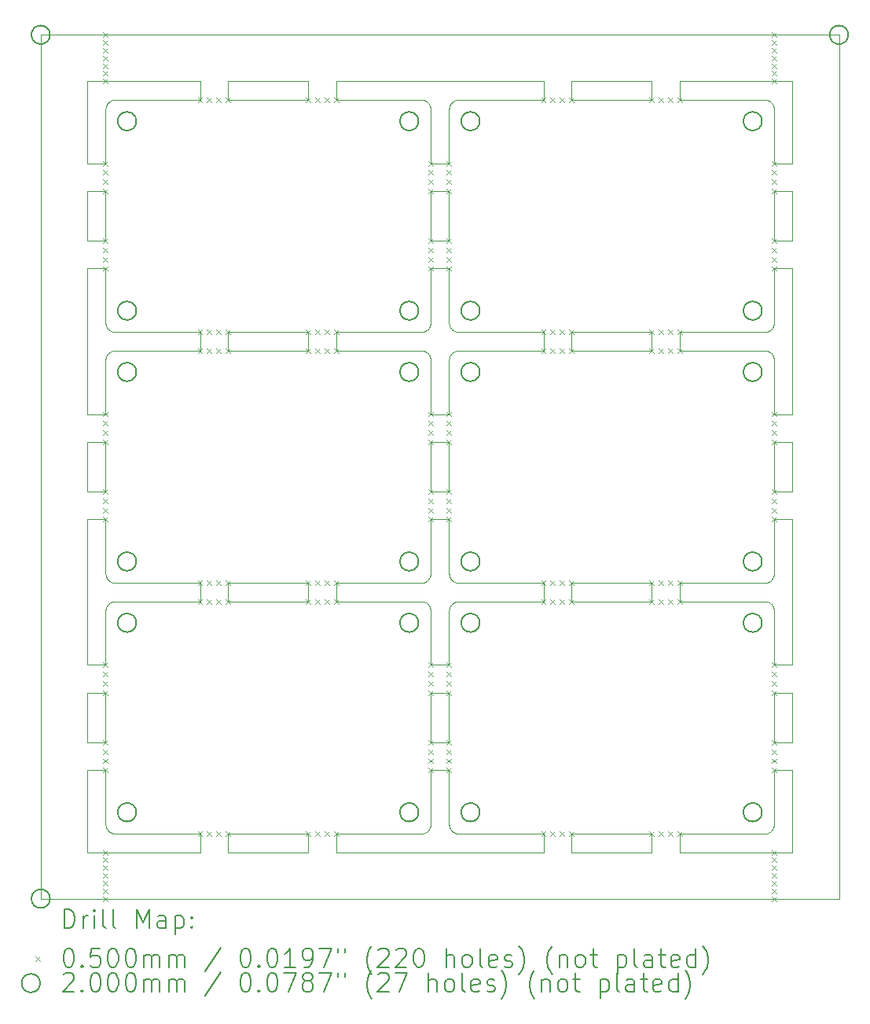
<source format=gbr>
%TF.GenerationSoftware,KiCad,Pcbnew,8.0.3*%
%TF.CreationDate,2024-12-25T16:19:33+08:00*%
%TF.ProjectId,ICM-42688_Panelized,49434d2d-3432-4363-9838-5f50616e656c,rev?*%
%TF.SameCoordinates,Original*%
%TF.FileFunction,Drillmap*%
%TF.FilePolarity,Positive*%
%FSLAX45Y45*%
G04 Gerber Fmt 4.5, Leading zero omitted, Abs format (unit mm)*
G04 Created by KiCad (PCBNEW 8.0.3) date 2024-12-25 16:19:33*
%MOMM*%
%LPD*%
G01*
G04 APERTURE LIST*
%ADD10C,0.100000*%
%ADD11C,0.200000*%
G04 APERTURE END LIST*
D10*
X14737435Y-7848530D02*
X14739780Y-7844039D01*
X14665143Y-8101153D02*
X14660117Y-8100513D01*
X18370130Y-10597953D02*
X18375065Y-10596808D01*
X18411211Y-7879077D02*
X18415137Y-7875876D01*
X18350000Y-7900000D02*
X18355065Y-7899872D01*
X14962565Y-2751470D02*
X14960219Y-2755961D01*
X11305960Y-5410220D02*
X11301470Y-5412565D01*
X11270922Y-8138789D02*
X11267924Y-8142873D01*
X11305960Y-5189780D02*
X11310564Y-5191896D01*
X11274124Y-2734863D02*
X11270922Y-2738789D01*
X18384731Y-7893775D02*
X18389436Y-7891896D01*
X14684730Y-10593775D02*
X14689435Y-10591896D01*
X15044935Y-5400128D02*
X15039883Y-5400513D01*
X14650000Y-7900000D02*
X14655065Y-7899872D01*
X18355065Y-10599872D02*
X18360117Y-10599487D01*
X15039883Y-5400513D02*
X15034857Y-5401153D01*
X11250000Y-7800000D02*
X11250128Y-7805065D01*
X14698530Y-10587435D02*
X14702896Y-10584864D01*
X14849900Y-6083333D02*
X14750000Y-6083333D01*
X18450000Y-4516667D02*
X18650000Y-4516667D01*
X11292873Y-7882076D02*
X11297103Y-7884864D01*
X18425876Y-7865137D02*
X18429078Y-7861210D01*
X14741896Y-5460564D02*
X14739780Y-5455961D01*
X12266667Y-5200000D02*
X12266667Y-5299900D01*
X18445414Y-5129936D02*
X18446808Y-5125065D01*
X14737435Y-5451470D02*
X14734864Y-5447104D01*
X14950128Y-8194935D02*
X14950000Y-8200000D01*
X14992873Y-10582076D02*
X14997103Y-10584864D01*
X14655065Y-7899872D02*
X14660117Y-7899487D01*
X15050000Y-7900000D02*
X15966667Y-7900000D01*
X14954586Y-8170064D02*
X14953192Y-8174935D01*
X14950000Y-7216667D02*
X14950000Y-7800000D01*
X18443775Y-5134731D02*
X18445414Y-5129936D01*
X11320064Y-7895414D02*
X11324935Y-7896808D01*
X18355065Y-2700128D02*
X18350000Y-2700000D01*
X15966667Y-2500000D02*
X15966667Y-2700000D01*
X14684730Y-5406225D02*
X14679936Y-5404586D01*
X14739780Y-5144039D02*
X14741896Y-5139436D01*
X14694039Y-7889780D02*
X14698530Y-7887435D01*
X14718897Y-5172479D02*
X14722479Y-5168897D01*
X14950000Y-7800000D02*
X14950128Y-7805065D01*
X14962565Y-10548530D02*
X14965135Y-10552896D01*
X14725876Y-5434863D02*
X14722479Y-5431103D01*
X14670130Y-7897953D02*
X14675065Y-7896808D01*
X12566667Y-2700000D02*
X12566667Y-2500000D01*
X18365143Y-2701153D02*
X18360117Y-2700513D01*
X11334857Y-5198847D02*
X11339883Y-5199487D01*
X14675065Y-10596808D02*
X14679936Y-10595414D01*
X15044935Y-5199872D02*
X15050000Y-5200000D01*
X18445414Y-8170064D02*
X18443775Y-8165269D01*
X18447953Y-2779870D02*
X18446808Y-2774935D01*
X14694039Y-10589780D02*
X14698530Y-10587435D01*
X14951153Y-5115143D02*
X14952047Y-5120130D01*
X11277521Y-2731103D02*
X11274124Y-2734863D01*
X13733333Y-10600000D02*
X14650000Y-10600000D01*
X12266667Y-5300100D02*
X12266667Y-5400000D01*
X14741896Y-2760564D02*
X14739780Y-2755961D01*
X18439780Y-10544039D02*
X18441896Y-10539436D01*
X14967924Y-7857127D02*
X14970922Y-7861210D01*
X14950000Y-9083333D02*
X14950000Y-9616667D01*
X14684730Y-8106225D02*
X14679936Y-8104586D01*
X15024935Y-2703192D02*
X15020064Y-2704586D01*
X11288789Y-2720922D02*
X11284863Y-2724124D01*
X11292873Y-10582076D02*
X11297103Y-10584864D01*
X14711210Y-8120922D02*
X14707127Y-8117924D01*
X11258104Y-5460564D02*
X11256225Y-5465269D01*
X14951153Y-7815143D02*
X14952047Y-7820130D01*
X18439780Y-5455961D02*
X18437435Y-5451470D01*
X11050000Y-3383333D02*
X11050000Y-2500000D01*
X11250000Y-6916667D02*
X11050000Y-6916667D01*
X11324935Y-5196808D02*
X11329870Y-5197953D01*
X18418897Y-2727521D02*
X18415137Y-2724124D01*
X14992873Y-5182076D02*
X14997103Y-5184864D01*
X14741896Y-5139436D02*
X14743775Y-5134731D01*
X11334857Y-5401153D02*
X11329870Y-5402047D01*
X18398530Y-2712565D02*
X18394039Y-2710220D01*
X18446808Y-5125065D02*
X18447953Y-5120130D01*
X14962565Y-5148530D02*
X14965135Y-5152896D01*
X16266667Y-8000100D02*
X16266667Y-7999900D01*
X17433333Y-2700000D02*
X17433333Y-2500000D01*
X18355065Y-5400128D02*
X18350000Y-5400000D01*
X15005960Y-5189780D02*
X15010564Y-5191896D01*
X11288789Y-5420922D02*
X11284863Y-5424124D01*
X18437435Y-8151470D02*
X18434864Y-8147103D01*
X18446808Y-10525065D02*
X18447953Y-10520130D01*
X14965135Y-5447104D02*
X14962565Y-5451470D01*
X14950000Y-9916667D02*
X14950000Y-10500000D01*
X14741896Y-8160564D02*
X14739780Y-8155960D01*
X12566667Y-5400000D02*
X12566667Y-5300100D01*
X18439780Y-7844039D02*
X18441896Y-7839435D01*
X14715137Y-5424124D02*
X14711210Y-5420922D01*
X18411211Y-5420922D02*
X18407127Y-5417924D01*
X14655065Y-10599872D02*
X14660117Y-10599487D01*
X14749487Y-5489883D02*
X14748847Y-5484857D01*
X11258104Y-8160564D02*
X11256225Y-8165269D01*
X18450000Y-5500000D02*
X18449872Y-5494935D01*
X14670130Y-8102047D02*
X14665143Y-8101153D01*
X14748847Y-5484857D02*
X14747953Y-5479870D01*
X11344935Y-2700128D02*
X11339883Y-2700513D01*
X14950513Y-8189883D02*
X14950128Y-8194935D01*
X14665143Y-10598847D02*
X14670130Y-10597953D01*
X11050000Y-7216667D02*
X11250000Y-7216667D01*
X13433333Y-7999900D02*
X13433333Y-8000100D01*
X11262565Y-5451470D02*
X11260219Y-5455961D01*
X18398530Y-5412565D02*
X18394039Y-5410220D01*
X18402896Y-2715136D02*
X18398530Y-2712565D01*
X14741896Y-10539436D02*
X14743775Y-10534731D01*
X18650000Y-4216667D02*
X18450000Y-4216667D01*
X18650000Y-10800000D02*
X17433333Y-10800000D01*
X15044935Y-7899872D02*
X15050000Y-7900000D01*
X15020064Y-7895414D02*
X15024935Y-7896808D01*
X11252047Y-5479870D02*
X11251153Y-5484857D01*
X11250513Y-7810117D02*
X11251153Y-7815143D01*
X14655065Y-2700128D02*
X14650000Y-2700000D01*
X14750000Y-9916667D02*
X14849900Y-9916667D01*
X14960219Y-5144039D02*
X14962565Y-5148530D01*
X14707127Y-8117924D02*
X14702896Y-8115135D01*
X14748847Y-2784857D02*
X14747953Y-2779870D01*
X14747953Y-8179870D02*
X14746808Y-8174935D01*
X18450000Y-7216667D02*
X18650000Y-7216667D01*
X11250000Y-9916667D02*
X11250000Y-10500000D01*
X12566667Y-7900000D02*
X13433333Y-7900000D01*
X18450000Y-7800000D02*
X18450000Y-7216667D01*
X14707127Y-5417924D02*
X14702896Y-5415136D01*
X11288789Y-10579078D02*
X11292873Y-10582076D01*
X14679936Y-10595414D02*
X14684730Y-10593775D01*
X15050000Y-8100000D02*
X15044935Y-8100128D01*
X14746808Y-8174935D02*
X14745414Y-8170064D01*
X11267924Y-2742873D02*
X11265135Y-2747104D01*
X11310564Y-7891896D02*
X11315269Y-7893775D01*
X14746808Y-5125065D02*
X14747953Y-5120130D01*
X15024935Y-7896808D02*
X15029870Y-7897953D01*
X14849900Y-9083333D02*
X14850100Y-9083333D01*
X11301470Y-2712565D02*
X11297103Y-2715136D01*
X14739780Y-8155960D02*
X14737435Y-8151470D01*
X18375065Y-8103192D02*
X18370130Y-8102047D01*
X14750000Y-8200000D02*
X14749872Y-8194935D01*
X14953192Y-7825065D02*
X14954586Y-7829936D01*
X14958104Y-5139436D02*
X14960219Y-5144039D01*
X11262565Y-8151470D02*
X11260219Y-8155960D01*
X13433333Y-10600000D02*
X13433333Y-10800000D01*
X14962565Y-8151470D02*
X14960219Y-8155960D01*
X14745414Y-10529936D02*
X14746808Y-10525065D01*
X11252047Y-5120130D02*
X11253192Y-5125065D01*
X11050000Y-10800000D02*
X11050000Y-9916667D01*
X14750000Y-4516667D02*
X14849900Y-4516667D01*
X18394039Y-8110219D02*
X18389436Y-8108104D01*
X17133333Y-2700000D02*
X16266667Y-2700000D01*
X14958104Y-10539436D02*
X14960219Y-10544039D01*
X11253192Y-8174935D02*
X11252047Y-8179870D01*
X15001470Y-5187435D02*
X15005960Y-5189780D01*
X11292873Y-5417924D02*
X11288789Y-5420922D01*
X15029870Y-5402047D02*
X15024935Y-5403192D01*
X11310564Y-2708104D02*
X11305960Y-2710220D01*
X15966667Y-5200000D02*
X15966667Y-5299900D01*
X14711210Y-10579078D02*
X14715137Y-10575876D01*
X18450000Y-9616667D02*
X18450000Y-9083333D01*
X15966667Y-7999900D02*
X15966667Y-8000100D01*
X14655065Y-5199872D02*
X14660117Y-5199487D01*
X13733333Y-5400000D02*
X13733333Y-5300100D01*
X11277521Y-7868897D02*
X11281103Y-7872479D01*
X13433333Y-7900000D02*
X13433333Y-7999900D01*
X14950513Y-5110117D02*
X14951153Y-5115143D01*
X18429078Y-2738789D02*
X18425876Y-2734863D01*
X11339883Y-5400513D02*
X11334857Y-5401153D01*
X18443775Y-7834730D02*
X18445414Y-7829936D01*
X11254586Y-2770064D02*
X11253192Y-2774935D01*
X13433333Y-8000100D02*
X13433333Y-8100000D01*
X14737435Y-2751470D02*
X14734864Y-2747104D01*
X18360117Y-10599487D02*
X18365143Y-10598847D01*
X11297103Y-7884864D02*
X11301470Y-7887435D01*
X11050000Y-9916667D02*
X11250000Y-9916667D01*
X18407127Y-7882076D02*
X18411211Y-7879077D01*
X18450000Y-6383333D02*
X18650000Y-6383333D01*
X14850100Y-9916667D02*
X14950000Y-9916667D01*
X14950513Y-5489883D02*
X14950128Y-5494935D01*
X14732076Y-10557127D02*
X14734864Y-10552896D01*
X14950128Y-5105065D02*
X14950513Y-5110117D01*
X16266667Y-5299900D02*
X16266667Y-5200000D01*
X14689435Y-5191896D02*
X14694039Y-5189780D01*
X14746808Y-5474935D02*
X14745414Y-5470064D01*
X14707127Y-10582076D02*
X14711210Y-10579078D01*
X14988789Y-5179078D02*
X14992873Y-5182076D01*
X18429078Y-10561211D02*
X18432076Y-10557127D01*
X14679936Y-5404586D02*
X14675065Y-5403192D01*
X18449487Y-5489883D02*
X18448847Y-5484857D01*
X14849900Y-3383333D02*
X14750000Y-3383333D01*
X14950000Y-5500000D02*
X14950000Y-6083333D01*
X14739780Y-5455961D02*
X14737435Y-5451470D01*
X14850100Y-6083333D02*
X14849900Y-6083333D01*
X14967924Y-8142873D02*
X14965135Y-8147103D01*
X11292873Y-2717924D02*
X11288789Y-2720922D01*
X18450000Y-9083333D02*
X18650000Y-9083333D01*
X18650000Y-6083333D02*
X18450000Y-6083333D01*
X18375065Y-10596808D02*
X18379936Y-10595414D01*
X11260219Y-10544039D02*
X11262565Y-10548530D01*
X13733333Y-2500000D02*
X15966667Y-2500000D01*
X14950000Y-4516667D02*
X14950000Y-5100000D01*
X11339883Y-5199487D02*
X11344935Y-5199872D01*
X18415137Y-7875876D02*
X18418897Y-7872479D01*
X18450000Y-3383333D02*
X18450000Y-2800000D01*
X18447953Y-8179870D02*
X18446808Y-8174935D01*
X18434864Y-7852896D02*
X18437435Y-7848530D01*
X14960219Y-5455961D02*
X14958104Y-5460564D01*
X11254586Y-10529936D02*
X11256225Y-10534731D01*
X14750000Y-8783333D02*
X14750000Y-8200000D01*
X14675065Y-5196808D02*
X14679936Y-5195414D01*
X11329870Y-5197953D02*
X11334857Y-5198847D01*
X11301470Y-5187435D02*
X11305960Y-5189780D01*
X18445414Y-2770064D02*
X18443775Y-2765269D01*
X11334857Y-10598847D02*
X11339883Y-10599487D01*
X15005960Y-10589780D02*
X15010564Y-10591896D01*
X14689435Y-2708104D02*
X14684730Y-2706225D01*
X18437435Y-2751470D02*
X18434864Y-2747104D01*
X15034857Y-5401153D02*
X15029870Y-5402047D01*
X11258104Y-2760564D02*
X11256225Y-2765269D01*
X14745414Y-7829936D02*
X14746808Y-7825065D01*
X17433333Y-8100000D02*
X17433333Y-8000100D01*
X14950000Y-8783333D02*
X14850100Y-8783333D01*
X15029870Y-10597953D02*
X15034857Y-10598847D01*
X17433333Y-7999900D02*
X17433333Y-7900000D01*
X18446808Y-2774935D02*
X18445414Y-2770064D01*
X14992873Y-7882076D02*
X14997103Y-7884864D01*
X11250000Y-5100000D02*
X11250128Y-5105065D01*
X18379936Y-10595414D02*
X18384731Y-10593775D01*
X18411211Y-2720922D02*
X18407127Y-2717924D01*
X14665143Y-2701153D02*
X14660117Y-2700513D01*
X14950000Y-3383333D02*
X14850100Y-3383333D01*
X18407127Y-5417924D02*
X18402896Y-5415136D01*
X18389436Y-2708104D02*
X18384731Y-2706225D01*
X11250000Y-9616667D02*
X11050000Y-9616667D01*
X17133333Y-10800000D02*
X16266667Y-10800000D01*
X11315269Y-2706225D02*
X11310564Y-2708104D01*
X11310564Y-8108104D02*
X11305960Y-8110219D01*
X11277521Y-5431103D02*
X11274124Y-5434863D01*
X18447953Y-7820130D02*
X18448847Y-7815143D01*
X11288789Y-5179078D02*
X11292873Y-5182076D01*
X18394039Y-10589780D02*
X18398530Y-10587435D01*
X11267924Y-5442873D02*
X11265135Y-5447104D01*
X18445414Y-10529936D02*
X18446808Y-10525065D01*
X14715137Y-5175876D02*
X14718897Y-5172479D01*
X18437435Y-10548530D02*
X18439780Y-10544039D01*
X14956225Y-8165269D02*
X14954586Y-8170064D01*
X15034857Y-10598847D02*
X15039883Y-10599487D01*
X14684730Y-2706225D02*
X14679936Y-2704586D01*
X11274124Y-10565137D02*
X11277521Y-10568897D01*
X13433333Y-5200000D02*
X13433333Y-5299900D01*
X17433333Y-10800000D02*
X17433333Y-10600000D01*
X14849900Y-3683333D02*
X14850100Y-3683333D01*
X14650000Y-8100000D02*
X13733333Y-8100000D01*
X14739780Y-10544039D02*
X14741896Y-10539436D01*
X15966667Y-5400000D02*
X15050000Y-5400000D01*
X11305960Y-8110219D02*
X11301470Y-8112565D01*
X18441896Y-7839435D02*
X18443775Y-7834730D01*
X14981103Y-8127521D02*
X14977521Y-8131103D01*
X18389436Y-5408104D02*
X18384731Y-5406225D01*
X11250000Y-6083333D02*
X11050000Y-6083333D01*
X14702896Y-2715136D02*
X14698530Y-2712565D01*
X11324935Y-8103192D02*
X11320064Y-8104586D01*
X11253192Y-2774935D02*
X11252047Y-2779870D01*
X14962565Y-7848530D02*
X14965135Y-7852896D01*
X18350000Y-10600000D02*
X18355065Y-10599872D01*
X15010564Y-5191896D02*
X15015269Y-5193775D01*
X14689435Y-8108104D02*
X14684730Y-8106225D01*
X18360117Y-7899487D02*
X18365143Y-7898847D01*
X14850100Y-9083333D02*
X14950000Y-9083333D01*
X14997103Y-10584864D02*
X15001470Y-10587435D01*
X14702896Y-5415136D02*
X14698530Y-5412565D01*
X12266667Y-7900000D02*
X12266667Y-7999900D01*
X11050000Y-8783333D02*
X11050000Y-7216667D01*
X11297103Y-8115135D02*
X11292873Y-8117924D01*
X17433333Y-7900000D02*
X18350000Y-7900000D01*
X14743775Y-8165269D02*
X14741896Y-8160564D01*
X18360117Y-8100513D02*
X18355065Y-8100128D01*
X11250000Y-8783333D02*
X11050000Y-8783333D01*
X16266667Y-10800000D02*
X16266667Y-10600000D01*
X18434864Y-5447104D02*
X18432076Y-5442873D01*
X14956225Y-10534731D02*
X14958104Y-10539436D01*
X14951153Y-5484857D02*
X14950513Y-5489883D01*
X11258104Y-5139436D02*
X11260219Y-5144039D01*
X14694039Y-2710220D02*
X14689435Y-2708104D01*
X13733333Y-7999900D02*
X13733333Y-7900000D01*
X18425876Y-2734863D02*
X18422479Y-2731103D01*
X18650000Y-6383333D02*
X18650000Y-6916667D01*
X11320064Y-2704586D02*
X11315269Y-2706225D01*
X14984863Y-10575876D02*
X14988789Y-10579078D01*
X18441896Y-5139436D02*
X18443775Y-5134731D01*
X18441896Y-5460564D02*
X18439780Y-5455961D01*
X14992873Y-8117924D02*
X14988789Y-8120922D01*
X18650000Y-7216667D02*
X18650000Y-8783333D01*
X18418897Y-8127521D02*
X18415137Y-8124124D01*
X15010564Y-5408104D02*
X15005960Y-5410220D01*
X11310564Y-5408104D02*
X11305960Y-5410220D01*
X11251153Y-7815143D02*
X11252047Y-7820130D01*
X18448847Y-8184857D02*
X18447953Y-8179870D01*
X18446808Y-5474935D02*
X18445414Y-5470064D01*
X18350000Y-8100000D02*
X17433333Y-8100000D01*
X14997103Y-7884864D02*
X15001470Y-7887435D01*
X14655065Y-5400128D02*
X14650000Y-5400000D01*
X16266667Y-5200000D02*
X17133333Y-5200000D01*
X18449487Y-5110117D02*
X18449872Y-5105065D01*
X13733333Y-5200000D02*
X14650000Y-5200000D01*
X14737435Y-5148530D02*
X14739780Y-5144039D01*
X18422479Y-5168897D02*
X18425876Y-5165137D01*
X18350000Y-5400000D02*
X17433333Y-5400000D01*
X14707127Y-7882076D02*
X14711210Y-7879077D01*
X18384731Y-5193775D02*
X18389436Y-5191896D01*
X15020064Y-10595414D02*
X15024935Y-10596808D01*
X14749487Y-10510117D02*
X14749872Y-10505065D01*
X18422479Y-5431103D02*
X18418897Y-5427521D01*
X18437435Y-5451470D02*
X18434864Y-5447104D01*
X14850100Y-7216667D02*
X14950000Y-7216667D01*
X15001470Y-7887435D02*
X15005960Y-7889780D01*
X16266667Y-5400000D02*
X16266667Y-5300100D01*
X11252047Y-7820130D02*
X11253192Y-7825065D01*
X14725876Y-2734863D02*
X14722479Y-2731103D01*
X18355065Y-5199872D02*
X18360117Y-5199487D01*
X11274124Y-5165137D02*
X11277521Y-5168897D01*
X18650000Y-3683333D02*
X18650000Y-4216667D01*
X14950128Y-2794935D02*
X14950000Y-2800000D01*
X14734864Y-8147103D02*
X14732076Y-8142873D01*
X14960219Y-7844039D02*
X14962565Y-7848530D01*
X15050000Y-5200000D02*
X15966667Y-5200000D01*
X17433333Y-8000100D02*
X17433333Y-7999900D01*
X15005960Y-5410220D02*
X15001470Y-5412565D01*
X14684730Y-7893775D02*
X14689435Y-7891896D01*
X13733333Y-7900000D02*
X14650000Y-7900000D01*
X14747953Y-2779870D02*
X14746808Y-2774935D01*
X18448847Y-5115143D02*
X18449487Y-5110117D01*
X11315269Y-8106225D02*
X11310564Y-8108104D01*
X12266667Y-2700000D02*
X11350000Y-2700000D01*
X14950000Y-4216667D02*
X14850100Y-4216667D01*
X14749872Y-5494935D02*
X14749487Y-5489883D01*
X11252047Y-10520130D02*
X11253192Y-10525065D01*
X14660117Y-7899487D02*
X14665143Y-7898847D01*
X14689435Y-7891896D02*
X14694039Y-7889780D01*
X11258104Y-7839435D02*
X11260219Y-7844039D01*
X11281103Y-7872479D02*
X11284863Y-7875876D01*
X14849900Y-9616667D02*
X14750000Y-9616667D01*
X15005960Y-8110219D02*
X15001470Y-8112565D01*
X18355065Y-8100128D02*
X18350000Y-8100000D01*
X14650000Y-2700000D02*
X13733333Y-2700000D01*
X19150000Y-11300000D02*
X19150000Y-2000000D01*
X18650000Y-9616667D02*
X18450000Y-9616667D01*
X11315269Y-10593775D02*
X11320064Y-10595414D01*
X14950000Y-9616667D02*
X14850100Y-9616667D01*
X11329870Y-5402047D02*
X11324935Y-5403192D01*
X12566667Y-5300100D02*
X12566667Y-5299900D01*
X18365143Y-5401153D02*
X18360117Y-5400513D01*
X11297103Y-10584864D02*
X11301470Y-10587435D01*
X14950513Y-10510117D02*
X14951153Y-10515143D01*
X14748847Y-5115143D02*
X14749487Y-5110117D01*
X14951153Y-10515143D02*
X14952047Y-10520130D01*
X18650000Y-3383333D02*
X18450000Y-3383333D01*
X12266667Y-8100000D02*
X11350000Y-8100000D01*
X12266667Y-8000100D02*
X12266667Y-8100000D01*
X14965135Y-7852896D02*
X14967924Y-7857127D01*
X18379936Y-5195414D02*
X18384731Y-5193775D01*
X14967924Y-5157127D02*
X14970922Y-5161211D01*
X11267924Y-8142873D02*
X11265135Y-8147103D01*
X14849900Y-8783333D02*
X14750000Y-8783333D01*
X11253192Y-5474935D02*
X11252047Y-5479870D01*
X11350000Y-8100000D02*
X11344935Y-8100128D01*
X14655065Y-8100128D02*
X14650000Y-8100000D01*
X11320064Y-10595414D02*
X11324935Y-10596808D01*
X18434864Y-10552896D02*
X18437435Y-10548530D01*
X14729077Y-2738789D02*
X14725876Y-2734863D01*
X11344935Y-5199872D02*
X11350000Y-5200000D01*
X12566667Y-8100000D02*
X12566667Y-8000100D01*
X11050000Y-4216667D02*
X11050000Y-3683333D01*
X13733333Y-5299900D02*
X13733333Y-5200000D01*
X18445414Y-7829936D02*
X18446808Y-7825065D01*
X14953192Y-5474935D02*
X14952047Y-5479870D01*
X14960219Y-8155960D02*
X14958104Y-8160564D01*
X18398530Y-10587435D02*
X18402896Y-10584864D01*
X15029870Y-7897953D02*
X15034857Y-7898847D01*
X14977521Y-7868897D02*
X14981103Y-7872479D01*
X14739780Y-2755961D02*
X14737435Y-2751470D01*
X18449487Y-2789883D02*
X18448847Y-2784857D01*
X14956225Y-7834730D02*
X14958104Y-7839435D01*
X14711210Y-5420922D02*
X14707127Y-5417924D01*
X11320064Y-5404586D02*
X11315269Y-5406225D01*
X14679936Y-7895414D02*
X14684730Y-7893775D01*
X14950513Y-7810117D02*
X14951153Y-7815143D01*
X18429078Y-7861210D02*
X18432076Y-7857127D01*
X14748847Y-7815143D02*
X14749487Y-7810117D01*
X11250513Y-8189883D02*
X11250128Y-8194935D01*
X18432076Y-2742873D02*
X18429078Y-2738789D01*
X14950128Y-5494935D02*
X14950000Y-5500000D01*
X11305960Y-7889780D02*
X11310564Y-7891896D01*
X18370130Y-5197953D02*
X18375065Y-5196808D01*
X15015269Y-5406225D02*
X15010564Y-5408104D01*
X18407127Y-2717924D02*
X18402896Y-2715136D01*
X18375065Y-5403192D02*
X18370130Y-5402047D01*
X14732076Y-2742873D02*
X14729077Y-2738789D01*
X18429078Y-5161211D02*
X18432076Y-5157127D01*
X14974124Y-8134863D02*
X14970922Y-8138789D01*
X14850100Y-6383333D02*
X14950000Y-6383333D01*
X14679936Y-8104586D02*
X14675065Y-8103192D01*
X14698530Y-8112565D02*
X14694039Y-8110219D01*
X14952047Y-2779870D02*
X14951153Y-2784857D01*
X14722479Y-2731103D02*
X14718897Y-2727521D01*
X11274124Y-7865137D02*
X11277521Y-7868897D01*
X11281103Y-5172479D02*
X11284863Y-5175876D01*
X11281103Y-8127521D02*
X11277521Y-8131103D01*
X11297103Y-5415136D02*
X11292873Y-5417924D01*
X16266667Y-8100000D02*
X16266667Y-8000100D01*
X14950000Y-6383333D02*
X14950000Y-6916667D01*
X11262565Y-5148530D02*
X11265135Y-5152896D01*
X14715137Y-8124124D02*
X14711210Y-8120922D01*
X12266667Y-7999900D02*
X12266667Y-8000100D01*
X18365143Y-7898847D02*
X18370130Y-7897953D01*
X14745414Y-5470064D02*
X14743775Y-5465269D01*
X14997103Y-2715136D02*
X14992873Y-2717924D01*
X11050000Y-9083333D02*
X11250000Y-9083333D01*
X18449872Y-5105065D02*
X18450000Y-5100000D01*
X14729077Y-7861210D02*
X14732076Y-7857127D01*
X11050000Y-6083333D02*
X11050000Y-4516667D01*
X18379936Y-2704586D02*
X18375065Y-2703192D01*
X11256225Y-5465269D02*
X11254586Y-5470064D01*
X14967924Y-5442873D02*
X14965135Y-5447104D01*
X14722479Y-10568897D02*
X14725876Y-10565137D01*
X14711210Y-5179078D02*
X14715137Y-5175876D01*
X14967924Y-2742873D02*
X14965135Y-2747104D01*
X14734864Y-10552896D02*
X14737435Y-10548530D01*
X11250128Y-5494935D02*
X11250000Y-5500000D01*
X11301470Y-7887435D02*
X11305960Y-7889780D01*
X14698530Y-7887435D02*
X14702896Y-7884864D01*
X14746808Y-2774935D02*
X14745414Y-2770064D01*
X11288789Y-8120922D02*
X11284863Y-8124124D01*
X14974124Y-5165137D02*
X14977521Y-5168897D01*
X11329870Y-10597953D02*
X11334857Y-10598847D01*
X14729077Y-5161211D02*
X14732076Y-5157127D01*
X18389436Y-7891896D02*
X18394039Y-7889780D01*
X16266667Y-5300100D02*
X16266667Y-5299900D01*
X18384731Y-2706225D02*
X18379936Y-2704586D01*
X14694039Y-5189780D02*
X14698530Y-5187435D01*
X14950128Y-7805065D02*
X14950513Y-7810117D01*
X14734864Y-5447104D02*
X14732076Y-5442873D01*
X17433333Y-5200000D02*
X18350000Y-5200000D01*
X18394039Y-2710220D02*
X18389436Y-2708104D01*
X11267924Y-5157127D02*
X11270922Y-5161211D01*
X12566667Y-10600000D02*
X13433333Y-10600000D01*
X11258104Y-10539436D02*
X11260219Y-10544039D01*
X14952047Y-8179870D02*
X14951153Y-8184857D01*
X18370130Y-7897953D02*
X18375065Y-7896808D01*
X18449872Y-5494935D02*
X18449487Y-5489883D01*
X18448847Y-2784857D02*
X18447953Y-2779870D01*
X14988789Y-8120922D02*
X14984863Y-8124124D01*
X17133333Y-5400000D02*
X16266667Y-5400000D01*
X18650000Y-9083333D02*
X18650000Y-9616667D01*
X14981103Y-2727521D02*
X14977521Y-2731103D01*
X11260219Y-8155960D02*
X11258104Y-8160564D01*
X14734864Y-5152896D02*
X14737435Y-5148530D01*
X18402896Y-5184864D02*
X18407127Y-5182076D01*
X14746808Y-7825065D02*
X14747953Y-7820130D01*
X15015269Y-2706225D02*
X15010564Y-2708104D01*
X14970922Y-8138789D02*
X14967924Y-8142873D01*
X11250128Y-5105065D02*
X11250513Y-5110117D01*
X14750000Y-9616667D02*
X14750000Y-9083333D01*
X18450000Y-4216667D02*
X18450000Y-3683333D01*
X14665143Y-5198847D02*
X14670130Y-5197953D01*
X14750000Y-6916667D02*
X14750000Y-6383333D01*
X18449487Y-10510117D02*
X18449872Y-10505065D01*
X18375065Y-7896808D02*
X18379936Y-7895414D01*
X15034857Y-8101153D02*
X15029870Y-8102047D01*
X18425876Y-5434863D02*
X18422479Y-5431103D01*
X18350000Y-2700000D02*
X17433333Y-2700000D01*
X14743775Y-10534731D02*
X14745414Y-10529936D01*
X11265135Y-7852896D02*
X11267924Y-7857127D01*
X14747953Y-7820130D02*
X14748847Y-7815143D01*
X11250128Y-8194935D02*
X11250000Y-8200000D01*
X18415137Y-10575876D02*
X18418897Y-10572479D01*
X14718897Y-2727521D02*
X14715137Y-2724124D01*
X14743775Y-5465269D02*
X14741896Y-5460564D01*
X15966667Y-10600000D02*
X15966667Y-10800000D01*
X11270922Y-10561211D02*
X11274124Y-10565137D01*
X11250128Y-10505065D02*
X11250513Y-10510117D01*
X14988789Y-2720922D02*
X14984863Y-2724124D01*
X14702896Y-8115135D02*
X14698530Y-8112565D01*
X14729077Y-8138789D02*
X14725876Y-8134863D01*
X11050000Y-3683333D02*
X11250000Y-3683333D01*
X18411211Y-10579078D02*
X18415137Y-10575876D01*
X14950000Y-10500000D02*
X14950128Y-10505065D01*
X14977521Y-10568897D02*
X14981103Y-10572479D01*
X14747953Y-5120130D02*
X14748847Y-5115143D01*
X15010564Y-8108104D02*
X15005960Y-8110219D01*
X12566667Y-2500000D02*
X13433333Y-2500000D01*
X11250000Y-6383333D02*
X11250000Y-6916667D01*
X11281103Y-5427521D02*
X11277521Y-5431103D01*
X14962565Y-5451470D02*
X14960219Y-5455961D01*
X15966667Y-8100000D02*
X15050000Y-8100000D01*
X18446808Y-7825065D02*
X18447953Y-7820130D01*
X15015269Y-7893775D02*
X15020064Y-7895414D01*
X14734864Y-2747104D02*
X14732076Y-2742873D01*
X11250000Y-7216667D02*
X11250000Y-7800000D01*
X11250000Y-5500000D02*
X11250000Y-6083333D01*
X18384731Y-5406225D02*
X18379936Y-5404586D01*
X11281103Y-10572479D02*
X11284863Y-10575876D01*
X14974124Y-7865137D02*
X14977521Y-7868897D01*
X11281103Y-2727521D02*
X11277521Y-2731103D01*
X15001470Y-2712565D02*
X14997103Y-2715136D01*
X14951153Y-8184857D02*
X14950513Y-8189883D01*
X18402896Y-5415136D02*
X18398530Y-5412565D01*
X17133333Y-5299900D02*
X17133333Y-5300100D01*
X15050000Y-10600000D02*
X15966667Y-10600000D01*
X11267924Y-10557127D02*
X11270922Y-10561211D01*
X18407127Y-5182076D02*
X18411211Y-5179078D01*
X13733333Y-10800000D02*
X13733333Y-10600000D01*
X15039883Y-7899487D02*
X15044935Y-7899872D01*
X14737435Y-10548530D02*
X14739780Y-10544039D01*
X18360117Y-2700513D02*
X18355065Y-2700128D01*
X14750000Y-3383333D02*
X14750000Y-2800000D01*
X11265135Y-2747104D02*
X11262565Y-2751470D01*
X18449487Y-7810117D02*
X18449872Y-7805065D01*
X18450000Y-8200000D02*
X18449872Y-8194935D01*
X14750000Y-7216667D02*
X14849900Y-7216667D01*
X14749872Y-2794935D02*
X14749487Y-2789883D01*
X11251153Y-8184857D02*
X11250513Y-8189883D01*
X11284863Y-7875876D02*
X11288789Y-7879077D01*
X17433333Y-5300100D02*
X17433333Y-5299900D01*
X15966667Y-10800000D02*
X13733333Y-10800000D01*
X14749872Y-10505065D02*
X14750000Y-10500000D01*
X14718897Y-7872479D02*
X14722479Y-7868897D01*
X11277521Y-8131103D02*
X11274124Y-8134863D01*
X14749487Y-5110117D02*
X14749872Y-5105065D01*
X11310564Y-10591896D02*
X11315269Y-10593775D01*
X18402896Y-8115135D02*
X18398530Y-8112565D01*
X10550000Y-2000000D02*
X10550000Y-11300000D01*
X14679936Y-5195414D02*
X14684730Y-5193775D01*
X11050000Y-6916667D02*
X11050000Y-6383333D01*
X18449487Y-8189883D02*
X18448847Y-8184857D01*
X16266667Y-7999900D02*
X16266667Y-7900000D01*
X15050000Y-5400000D02*
X15044935Y-5400128D01*
X14745414Y-2770064D02*
X14743775Y-2765269D01*
X17433333Y-5299900D02*
X17433333Y-5200000D01*
X11265135Y-8147103D02*
X11262565Y-8151470D01*
X11339883Y-7899487D02*
X11344935Y-7899872D01*
X12566667Y-7999900D02*
X12566667Y-7900000D01*
X18394039Y-7889780D02*
X18398530Y-7887435D01*
X18439780Y-8155960D02*
X18437435Y-8151470D01*
X15029870Y-8102047D02*
X15024935Y-8103192D01*
X15044935Y-2700128D02*
X15039883Y-2700513D01*
X18450000Y-5100000D02*
X18450000Y-4516667D01*
X18379936Y-5404586D02*
X18375065Y-5403192D01*
X11250000Y-3683333D02*
X11250000Y-4216667D01*
X18418897Y-7872479D02*
X18422479Y-7868897D01*
X14965135Y-2747104D02*
X14962565Y-2751470D01*
X14988789Y-7879077D02*
X14992873Y-7882076D01*
X14956225Y-5134731D02*
X14958104Y-5139436D01*
X11050000Y-9616667D02*
X11050000Y-9083333D01*
X11253192Y-7825065D02*
X11254586Y-7829936D01*
X14747953Y-5479870D02*
X14746808Y-5474935D01*
X14660117Y-10599487D02*
X14665143Y-10598847D01*
X14732076Y-5442873D02*
X14729077Y-5438789D01*
X15044935Y-10599872D02*
X15050000Y-10600000D01*
X18415137Y-2724124D02*
X18411211Y-2720922D01*
X18418897Y-10572479D02*
X18422479Y-10568897D01*
X15010564Y-10591896D02*
X15015269Y-10593775D01*
X12566667Y-8000100D02*
X12566667Y-7999900D01*
X18411211Y-8120922D02*
X18407127Y-8117924D01*
X14849900Y-7216667D02*
X14850100Y-7216667D01*
X11329870Y-2702047D02*
X11324935Y-2703192D01*
X14954586Y-10529936D02*
X14956225Y-10534731D01*
X14850100Y-3683333D02*
X14950000Y-3683333D01*
X14849900Y-6383333D02*
X14850100Y-6383333D01*
X18407127Y-10582076D02*
X18411211Y-10579078D01*
X14749487Y-7810117D02*
X14749872Y-7805065D01*
X18418897Y-5427521D02*
X18415137Y-5424124D01*
X18379936Y-7895414D02*
X18384731Y-7893775D01*
X14992873Y-2717924D02*
X14988789Y-2720922D01*
X18415137Y-8124124D02*
X18411211Y-8120922D01*
X14698530Y-5187435D02*
X14702896Y-5184864D01*
X15039883Y-2700513D02*
X15034857Y-2701153D01*
X15966667Y-2700000D02*
X15050000Y-2700000D01*
X18448847Y-5484857D02*
X18447953Y-5479870D01*
X11301470Y-8112565D02*
X11297103Y-8115135D01*
X11250000Y-2800000D02*
X11250000Y-3383333D01*
X11262565Y-2751470D02*
X11260219Y-2755961D01*
X17433333Y-10600000D02*
X18350000Y-10600000D01*
X14650000Y-5200000D02*
X14655065Y-5199872D01*
X15029870Y-5197953D02*
X15034857Y-5198847D01*
X14684730Y-5193775D02*
X14689435Y-5191896D01*
X11320064Y-5195414D02*
X11324935Y-5196808D01*
X14988789Y-5420922D02*
X14984863Y-5424124D01*
X13433333Y-2700000D02*
X12566667Y-2700000D01*
X14732076Y-5157127D02*
X14734864Y-5152896D01*
X11292873Y-5182076D02*
X11297103Y-5184864D01*
X14958104Y-7839435D02*
X14960219Y-7844039D01*
X11256225Y-8165269D02*
X11254586Y-8170064D01*
X11250000Y-4216667D02*
X11050000Y-4216667D01*
X12266667Y-10600000D02*
X12266667Y-10800000D01*
X18448847Y-10515143D02*
X18449487Y-10510117D01*
X18445414Y-5470064D02*
X18443775Y-5465269D01*
X15010564Y-7891896D02*
X15015269Y-7893775D01*
X15001470Y-10587435D02*
X15005960Y-10589780D01*
X14745414Y-8170064D02*
X14743775Y-8165269D01*
X11339883Y-2700513D02*
X11334857Y-2701153D01*
X11250513Y-10510117D02*
X11251153Y-10515143D01*
X14660117Y-5199487D02*
X14665143Y-5198847D01*
X11277521Y-10568897D02*
X11281103Y-10572479D01*
X14981103Y-10572479D02*
X14984863Y-10575876D01*
X17133333Y-7900000D02*
X17133333Y-7999900D01*
X13433333Y-8100000D02*
X12566667Y-8100000D01*
X11254586Y-8170064D02*
X11253192Y-8174935D01*
X15001470Y-8112565D02*
X14997103Y-8115135D01*
X11324935Y-10596808D02*
X11329870Y-10597953D01*
X18448847Y-7815143D02*
X18449487Y-7810117D01*
X18447953Y-5120130D02*
X18448847Y-5115143D01*
X11284863Y-5175876D02*
X11288789Y-5179078D01*
X18450000Y-6916667D02*
X18450000Y-6383333D01*
X14977521Y-5431103D02*
X14974124Y-5434863D01*
X14952047Y-7820130D02*
X14953192Y-7825065D01*
X11254586Y-5470064D02*
X11253192Y-5474935D01*
X18432076Y-7857127D02*
X18434864Y-7852896D01*
X11305960Y-2710220D02*
X11301470Y-2712565D01*
X15024935Y-5196808D02*
X15029870Y-5197953D01*
X14953192Y-5125065D02*
X14954586Y-5129936D01*
X14675065Y-5403192D02*
X14670130Y-5402047D01*
X15005960Y-2710220D02*
X15001470Y-2712565D01*
X13433333Y-10800000D02*
X12566667Y-10800000D01*
X18432076Y-5442873D02*
X18429078Y-5438789D01*
X10550000Y-11300000D02*
X19150000Y-11300000D01*
X11344935Y-7899872D02*
X11350000Y-7900000D01*
X14745414Y-5129936D02*
X14746808Y-5125065D01*
X14732076Y-7857127D02*
X14734864Y-7852896D01*
X18449872Y-7805065D02*
X18450000Y-7800000D01*
X14711210Y-2720922D02*
X14707127Y-2717924D01*
X12566667Y-5299900D02*
X12566667Y-5200000D01*
X18434864Y-8147103D02*
X18432076Y-8142873D01*
X18450000Y-9916667D02*
X18650000Y-9916667D01*
X15020064Y-8104586D02*
X15015269Y-8106225D01*
X18432076Y-10557127D02*
X18434864Y-10552896D01*
X15020064Y-5195414D02*
X15024935Y-5196808D01*
X14981103Y-5427521D02*
X14977521Y-5431103D01*
X14970922Y-2738789D02*
X14967924Y-2742873D01*
X13733333Y-8100000D02*
X13733333Y-8000100D01*
X11260219Y-5144039D02*
X11262565Y-5148530D01*
X13733333Y-8000100D02*
X13733333Y-7999900D01*
X18443775Y-8165269D02*
X18441896Y-8160564D01*
X14952047Y-5479870D02*
X14951153Y-5484857D01*
X14750000Y-9083333D02*
X14849900Y-9083333D01*
X11274124Y-8134863D02*
X11270922Y-8138789D01*
X17133333Y-2500000D02*
X17133333Y-2700000D01*
X18450000Y-3683333D02*
X18650000Y-3683333D01*
X11260219Y-2755961D02*
X11258104Y-2760564D01*
X14850100Y-4216667D02*
X14849900Y-4216667D01*
X18437435Y-5148530D02*
X18439780Y-5144039D01*
X14750000Y-5100000D02*
X14750000Y-4516667D01*
X11305960Y-10589780D02*
X11310564Y-10591896D01*
X14997103Y-5415136D02*
X14992873Y-5417924D01*
X14675065Y-7896808D02*
X14679936Y-7895414D01*
X15044935Y-8100128D02*
X15039883Y-8100513D01*
X18394039Y-5410220D02*
X18389436Y-5408104D01*
X18650000Y-9916667D02*
X18650000Y-10800000D01*
X14850100Y-3383333D02*
X14849900Y-3383333D01*
X18422479Y-7868897D02*
X18425876Y-7865137D01*
X15024935Y-10596808D02*
X15029870Y-10597953D01*
X15024935Y-8103192D02*
X15020064Y-8104586D01*
X18402896Y-10584864D02*
X18407127Y-10582076D01*
X14954586Y-5470064D02*
X14953192Y-5474935D01*
X18398530Y-8112565D02*
X18394039Y-8110219D01*
X14689435Y-10591896D02*
X14694039Y-10589780D01*
X18365143Y-10598847D02*
X18370130Y-10597953D01*
X11265135Y-5447104D02*
X11262565Y-5451470D01*
X18429078Y-8138789D02*
X18425876Y-8134863D01*
X17433333Y-2500000D02*
X18650000Y-2500000D01*
X18394039Y-5189780D02*
X18398530Y-5187435D01*
X14749487Y-2789883D02*
X14748847Y-2784857D01*
X11350000Y-10600000D02*
X12266667Y-10600000D01*
X14734864Y-7852896D02*
X14737435Y-7848530D01*
X14746808Y-10525065D02*
X14747953Y-10520130D01*
X14974124Y-10565137D02*
X14977521Y-10568897D01*
X11260219Y-7844039D02*
X11262565Y-7848530D01*
X15039883Y-10599487D02*
X15044935Y-10599872D01*
X14702896Y-7884864D02*
X14707127Y-7882076D01*
X18422479Y-8131103D02*
X18418897Y-8127521D01*
X14694039Y-5410220D02*
X14689435Y-5408104D01*
X11284863Y-10575876D02*
X11288789Y-10579078D01*
X14748847Y-8184857D02*
X14747953Y-8179870D01*
X14718897Y-5427521D02*
X14715137Y-5424124D01*
X11260219Y-5455961D02*
X11258104Y-5460564D01*
X14698530Y-5412565D02*
X14694039Y-5410220D01*
X13733333Y-5300100D02*
X13733333Y-5299900D01*
X11270922Y-5438789D02*
X11267924Y-5442873D01*
X15015269Y-10593775D02*
X15020064Y-10595414D01*
X11297103Y-5184864D02*
X11301470Y-5187435D01*
X11277521Y-5168897D02*
X11281103Y-5172479D01*
X14977521Y-5168897D02*
X14981103Y-5172479D01*
X14743775Y-5134731D02*
X14745414Y-5129936D01*
X11274124Y-5434863D02*
X11270922Y-5438789D01*
X14750000Y-6383333D02*
X14849900Y-6383333D01*
X14718897Y-10572479D02*
X14722479Y-10568897D01*
X18425876Y-10565137D02*
X18429078Y-10561211D01*
X14750000Y-3683333D02*
X14849900Y-3683333D01*
X14747953Y-10520130D02*
X14748847Y-10515143D01*
X18441896Y-2760564D02*
X18439780Y-2755961D01*
X14722479Y-5431103D02*
X14718897Y-5427521D01*
X18415137Y-5175876D02*
X18418897Y-5172479D01*
X14750000Y-5500000D02*
X14749872Y-5494935D01*
X18375065Y-5196808D02*
X18379936Y-5195414D01*
X18437435Y-7848530D02*
X18439780Y-7844039D01*
X18446808Y-8174935D02*
X18445414Y-8170064D01*
X14694039Y-8110219D02*
X14689435Y-8108104D01*
X12266667Y-2500000D02*
X12266667Y-2700000D01*
X14650000Y-5400000D02*
X13733333Y-5400000D01*
X11320064Y-8104586D02*
X11315269Y-8106225D01*
X12566667Y-5200000D02*
X13433333Y-5200000D01*
X18450000Y-8783333D02*
X18450000Y-8200000D01*
X14984863Y-5175876D02*
X14988789Y-5179078D01*
X14984863Y-7875876D02*
X14988789Y-7879077D01*
X14992873Y-5417924D02*
X14988789Y-5420922D01*
X18443775Y-2765269D02*
X18441896Y-2760564D01*
X11256225Y-2765269D02*
X11254586Y-2770064D01*
X14950000Y-2800000D02*
X14950000Y-3383333D01*
X14960219Y-10544039D02*
X14962565Y-10548530D01*
X14984863Y-5424124D02*
X14981103Y-5427521D01*
X14650000Y-10600000D02*
X14655065Y-10599872D01*
X11324935Y-2703192D02*
X11320064Y-2704586D01*
X18370130Y-8102047D02*
X18365143Y-8101153D01*
X18432076Y-5157127D02*
X18434864Y-5152896D01*
X11267924Y-7857127D02*
X11270922Y-7861210D01*
X11250000Y-9083333D02*
X11250000Y-9616667D01*
X14970922Y-5438789D02*
X14967924Y-5442873D01*
X18375065Y-2703192D02*
X18370130Y-2702047D01*
X11350000Y-5400000D02*
X11344935Y-5400128D01*
X15034857Y-2701153D02*
X15029870Y-2702047D01*
X18425876Y-5165137D02*
X18429078Y-5161211D01*
X14967924Y-10557127D02*
X14970922Y-10561211D01*
X11265135Y-5152896D02*
X11267924Y-5157127D01*
X14977521Y-8131103D02*
X14974124Y-8134863D01*
X11334857Y-7898847D02*
X11339883Y-7899487D01*
X16266667Y-2500000D02*
X17133333Y-2500000D01*
X14981103Y-7872479D02*
X14984863Y-7875876D01*
X11339883Y-8100513D02*
X11334857Y-8101153D01*
X13433333Y-5299900D02*
X13433333Y-5300100D01*
X14958104Y-8160564D02*
X14956225Y-8165269D01*
X14715137Y-2724124D02*
X14711210Y-2720922D01*
X14729077Y-5438789D02*
X14725876Y-5434863D01*
X19150000Y-2000000D02*
X10550000Y-2000000D01*
X14670130Y-10597953D02*
X14675065Y-10596808D01*
X18650000Y-4516667D02*
X18650000Y-6083333D01*
X18439780Y-5144039D02*
X18441896Y-5139436D01*
X14722479Y-8131103D02*
X14718897Y-8127521D01*
X15020064Y-2704586D02*
X15015269Y-2706225D01*
X11270922Y-2738789D02*
X11267924Y-2742873D01*
X18450000Y-10500000D02*
X18450000Y-9916667D01*
X18384731Y-10593775D02*
X18389436Y-10591896D01*
X14702896Y-10584864D02*
X14707127Y-10582076D01*
X15015269Y-5193775D02*
X15020064Y-5195414D01*
X18389436Y-10591896D02*
X18394039Y-10589780D01*
X11292873Y-8117924D02*
X11288789Y-8120922D01*
X11251153Y-2784857D02*
X11250513Y-2789883D01*
X18370130Y-5402047D02*
X18365143Y-5401153D01*
X11301470Y-5412565D02*
X11297103Y-5415136D01*
X14952047Y-5120130D02*
X14953192Y-5125065D01*
X14749872Y-8194935D02*
X14749487Y-8189883D01*
X18407127Y-8117924D02*
X18402896Y-8115135D01*
X14722479Y-7868897D02*
X14725876Y-7865137D01*
X11315269Y-5406225D02*
X11310564Y-5408104D01*
X14698530Y-2712565D02*
X14694039Y-2710220D01*
X14997103Y-5184864D02*
X15001470Y-5187435D01*
X15966667Y-5300100D02*
X15966667Y-5400000D01*
X14951153Y-2784857D02*
X14950513Y-2789883D01*
X11250513Y-2789883D02*
X11250128Y-2794935D01*
X11284863Y-2724124D02*
X11281103Y-2727521D01*
X17133333Y-5200000D02*
X17133333Y-5299900D01*
X15050000Y-2700000D02*
X15044935Y-2700128D01*
X13433333Y-5300100D02*
X13433333Y-5400000D01*
X14974124Y-2734863D02*
X14970922Y-2738789D01*
X11315269Y-5193775D02*
X11320064Y-5195414D01*
X14707127Y-5182076D02*
X14711210Y-5179078D01*
X15034857Y-7898847D02*
X15039883Y-7899487D01*
X11252047Y-8179870D02*
X11251153Y-8184857D01*
X11256225Y-7834730D02*
X11258104Y-7839435D01*
X18434864Y-2747104D02*
X18432076Y-2742873D01*
X11329870Y-7897953D02*
X11334857Y-7898847D01*
X14988789Y-10579078D02*
X14992873Y-10582076D01*
X15966667Y-8000100D02*
X15966667Y-8100000D01*
X11284863Y-5424124D02*
X11281103Y-5427521D01*
X14850100Y-8783333D02*
X14849900Y-8783333D01*
X11254586Y-5129936D02*
X11256225Y-5134731D01*
X14670130Y-2702047D02*
X14665143Y-2701153D01*
X18650000Y-8783333D02*
X18450000Y-8783333D01*
X11339883Y-10599487D02*
X11344935Y-10599872D01*
X18379936Y-8104586D02*
X18375065Y-8103192D01*
X18439780Y-2755961D02*
X18437435Y-2751470D01*
X14750000Y-7800000D02*
X14750000Y-7216667D01*
X11250128Y-2794935D02*
X11250000Y-2800000D01*
X13433333Y-2500000D02*
X13433333Y-2700000D01*
X14958104Y-2760564D02*
X14956225Y-2765269D01*
X14956225Y-2765269D02*
X14954586Y-2770064D01*
X11284863Y-8124124D02*
X11281103Y-8127521D01*
X18449872Y-10505065D02*
X18450000Y-10500000D01*
X14750000Y-4216667D02*
X14750000Y-3683333D01*
X18415137Y-5424124D02*
X18411211Y-5420922D01*
X14960219Y-2755961D02*
X14958104Y-2760564D01*
X11251153Y-10515143D02*
X11252047Y-10520130D01*
X18398530Y-5187435D02*
X18402896Y-5184864D01*
X18411211Y-5179078D02*
X18415137Y-5175876D01*
X14718897Y-8127521D02*
X14715137Y-8124124D01*
X17133333Y-8100000D02*
X16266667Y-8100000D01*
X11344935Y-8100128D02*
X11339883Y-8100513D01*
X15001470Y-5412565D02*
X14997103Y-5415136D01*
X17133333Y-8000100D02*
X17133333Y-8100000D01*
X14953192Y-8174935D02*
X14952047Y-8179870D01*
X18350000Y-5200000D02*
X18355065Y-5199872D01*
X11250000Y-3383333D02*
X11050000Y-3383333D01*
X18441896Y-8160564D02*
X18439780Y-8155960D01*
X14670130Y-5402047D02*
X14665143Y-5401153D01*
X15024935Y-5403192D02*
X15020064Y-5404586D01*
X18360117Y-5199487D02*
X18365143Y-5198847D01*
X14715137Y-7875876D02*
X14718897Y-7872479D01*
X18398530Y-7887435D02*
X18402896Y-7884864D01*
X15966667Y-5299900D02*
X15966667Y-5300100D01*
X14953192Y-2774935D02*
X14952047Y-2779870D01*
X14956225Y-5465269D02*
X14954586Y-5470064D01*
X15039883Y-5199487D02*
X15044935Y-5199872D01*
X17433333Y-5400000D02*
X17433333Y-5300100D01*
X15010564Y-2708104D02*
X15005960Y-2710220D01*
X14670130Y-5197953D02*
X14675065Y-5196808D01*
X14665143Y-5401153D02*
X14660117Y-5400513D01*
X18447953Y-10520130D02*
X18448847Y-10515143D01*
X16266667Y-10600000D02*
X17133333Y-10600000D01*
X14675065Y-8103192D02*
X14670130Y-8102047D01*
X11344935Y-5400128D02*
X11339883Y-5400513D01*
X12566667Y-10800000D02*
X12566667Y-10600000D01*
X17133333Y-5300100D02*
X17133333Y-5400000D01*
X18441896Y-10539436D02*
X18443775Y-10534731D01*
X14750000Y-6083333D02*
X14750000Y-5500000D01*
X14850100Y-6916667D02*
X14849900Y-6916667D01*
X14970922Y-7861210D02*
X14974124Y-7865137D01*
X14660117Y-5400513D02*
X14655065Y-5400128D01*
X18450000Y-6083333D02*
X18450000Y-5500000D01*
X12266667Y-5400000D02*
X11350000Y-5400000D01*
X15034857Y-5198847D02*
X15039883Y-5199487D01*
X18422479Y-2731103D02*
X18418897Y-2727521D01*
X11250128Y-7805065D02*
X11250513Y-7810117D01*
X14953192Y-10525065D02*
X14954586Y-10529936D01*
X18389436Y-5191896D02*
X18394039Y-5189780D01*
X14850100Y-9616667D02*
X14849900Y-9616667D01*
X14679936Y-2704586D02*
X14675065Y-2703192D01*
X18450000Y-2800000D02*
X18449872Y-2794935D01*
X14965135Y-5152896D02*
X14967924Y-5157127D01*
X11253192Y-10525065D02*
X11254586Y-10529936D01*
X14702896Y-5184864D02*
X14707127Y-5182076D01*
X11288789Y-7879077D02*
X11292873Y-7882076D01*
X14722479Y-5168897D02*
X14725876Y-5165137D01*
X11270922Y-7861210D02*
X11274124Y-7865137D01*
X11250513Y-5489883D02*
X11250128Y-5494935D01*
X11297103Y-2715136D02*
X11292873Y-2717924D01*
X18365143Y-5198847D02*
X18370130Y-5197953D01*
X18422479Y-10568897D02*
X18425876Y-10565137D01*
X14749487Y-8189883D02*
X14748847Y-8184857D01*
X14965135Y-10552896D02*
X14967924Y-10557127D01*
X14725876Y-7865137D02*
X14729077Y-7861210D01*
X11262565Y-7848530D02*
X11265135Y-7852896D01*
X14850100Y-4516667D02*
X14950000Y-4516667D01*
X14743775Y-7834730D02*
X14745414Y-7829936D01*
X11251153Y-5115143D02*
X11252047Y-5120130D01*
X11270922Y-5161211D02*
X11274124Y-5165137D01*
X18429078Y-5438789D02*
X18425876Y-5434863D01*
X14997103Y-8115135D02*
X14992873Y-8117924D01*
X11050000Y-2500000D02*
X12266667Y-2500000D01*
X11250000Y-8200000D02*
X11250000Y-8783333D01*
X18402896Y-7884864D02*
X18407127Y-7882076D01*
X12266667Y-10800000D02*
X11050000Y-10800000D01*
X14950513Y-2789883D02*
X14950128Y-2794935D01*
X14711210Y-7879077D02*
X14715137Y-7875876D01*
X14849900Y-4216667D02*
X14750000Y-4216667D01*
X11315269Y-7893775D02*
X11320064Y-7895414D01*
X14954586Y-5129936D02*
X14956225Y-5134731D01*
X16266667Y-7900000D02*
X17133333Y-7900000D01*
X11252047Y-2779870D02*
X11251153Y-2784857D01*
X18443775Y-5465269D02*
X18441896Y-5460564D01*
X11262565Y-10548530D02*
X11265135Y-10552896D01*
X11265135Y-10552896D02*
X11267924Y-10557127D01*
X11329870Y-8102047D02*
X11324935Y-8103192D01*
X15020064Y-5404586D02*
X15015269Y-5406225D01*
X18443775Y-10534731D02*
X18445414Y-10529936D01*
X11256225Y-5134731D02*
X11258104Y-5139436D01*
X11050000Y-6383333D02*
X11250000Y-6383333D01*
X14749872Y-5105065D02*
X14750000Y-5100000D01*
X14954586Y-7829936D02*
X14956225Y-7834730D01*
X14737435Y-8151470D02*
X14734864Y-8147103D01*
X18384731Y-8106225D02*
X18379936Y-8104586D01*
X11344935Y-10599872D02*
X11350000Y-10600000D01*
X14725876Y-8134863D02*
X14722479Y-8131103D01*
X14741896Y-7839435D02*
X14743775Y-7834730D01*
X11253192Y-5125065D02*
X11254586Y-5129936D01*
X11310564Y-5191896D02*
X11315269Y-5193775D01*
X18432076Y-8142873D02*
X18429078Y-8138789D01*
X18425876Y-8134863D02*
X18422479Y-8131103D01*
X14950000Y-6083333D02*
X14850100Y-6083333D01*
X18650000Y-6916667D02*
X18450000Y-6916667D01*
X14849900Y-6916667D02*
X14750000Y-6916667D01*
X18447953Y-5479870D02*
X18446808Y-5474935D01*
X11350000Y-7900000D02*
X12266667Y-7900000D01*
X11324935Y-7896808D02*
X11329870Y-7897953D01*
X18449872Y-8194935D02*
X18449487Y-8189883D01*
X14849900Y-4516667D02*
X14850100Y-4516667D01*
X15015269Y-8106225D02*
X15010564Y-8108104D01*
X18360117Y-5400513D02*
X18355065Y-5400128D01*
X13433333Y-5400000D02*
X12566667Y-5400000D01*
X14732076Y-8142873D02*
X14729077Y-8138789D01*
X14739780Y-7844039D02*
X14741896Y-7839435D01*
X14660117Y-2700513D02*
X14655065Y-2700128D01*
X14665143Y-7898847D02*
X14670130Y-7897953D01*
X14660117Y-8100513D02*
X14655065Y-8100128D01*
X16266667Y-2700000D02*
X16266667Y-2500000D01*
X18365143Y-8101153D02*
X18360117Y-8100513D01*
X11301470Y-10587435D02*
X11305960Y-10589780D01*
X17133333Y-7999900D02*
X17133333Y-8000100D01*
X14984863Y-8124124D02*
X14981103Y-8127521D01*
X18434864Y-5152896D02*
X18437435Y-5148530D01*
X11256225Y-10534731D02*
X11258104Y-10539436D01*
X18370130Y-2702047D02*
X18365143Y-2701153D01*
X18389436Y-8108104D02*
X18384731Y-8106225D01*
X14749872Y-7805065D02*
X14750000Y-7800000D01*
X18355065Y-7899872D02*
X18360117Y-7899487D01*
X11350000Y-2700000D02*
X11344935Y-2700128D01*
X14952047Y-10520130D02*
X14953192Y-10525065D01*
X14743775Y-2765269D02*
X14741896Y-2760564D01*
X14958104Y-5460564D02*
X14956225Y-5465269D01*
X11250000Y-4516667D02*
X11250000Y-5100000D01*
X11251153Y-5484857D02*
X11250513Y-5489883D01*
X14950128Y-10505065D02*
X14950513Y-10510117D01*
X14954586Y-2770064D02*
X14953192Y-2774935D01*
X11334857Y-8101153D02*
X11329870Y-8102047D01*
X14977521Y-2731103D02*
X14974124Y-2734863D01*
X11324935Y-5403192D02*
X11320064Y-5404586D01*
X14950000Y-5100000D02*
X14950128Y-5105065D01*
X14965135Y-8147103D02*
X14962565Y-8151470D01*
X11250513Y-5110117D02*
X11251153Y-5115143D01*
X14715137Y-10575876D02*
X14718897Y-10572479D01*
X11334857Y-2701153D02*
X11329870Y-2702047D01*
X18650000Y-2500000D02*
X18650000Y-3383333D01*
X14725876Y-10565137D02*
X14729077Y-10561211D01*
X11254586Y-7829936D02*
X11256225Y-7834730D01*
X14750000Y-2800000D02*
X14749872Y-2794935D01*
X14950000Y-8200000D02*
X14950000Y-8783333D01*
X15039883Y-8100513D02*
X15034857Y-8101153D01*
X15005960Y-7889780D02*
X15010564Y-7891896D01*
X14974124Y-5434863D02*
X14970922Y-5438789D01*
X14675065Y-2703192D02*
X14670130Y-2702047D01*
X14725876Y-5165137D02*
X14729077Y-5161211D01*
X14748847Y-10515143D02*
X14749487Y-10510117D01*
X11250000Y-10500000D02*
X11250128Y-10505065D01*
X14984863Y-2724124D02*
X14981103Y-2727521D01*
X14950000Y-3683333D02*
X14950000Y-4216667D01*
X14950000Y-6916667D02*
X14850100Y-6916667D01*
X11050000Y-4516667D02*
X11250000Y-4516667D01*
X17133333Y-10600000D02*
X17133333Y-10800000D01*
X14981103Y-5172479D02*
X14984863Y-5175876D01*
X12266667Y-5299900D02*
X12266667Y-5300100D01*
X14750000Y-10500000D02*
X14750000Y-9916667D01*
X14729077Y-10561211D02*
X14732076Y-10557127D01*
X14970922Y-5161211D02*
X14974124Y-5165137D01*
X14707127Y-2717924D02*
X14702896Y-2715136D01*
X18418897Y-5172479D02*
X18422479Y-5168897D01*
X14849900Y-9916667D02*
X14850100Y-9916667D01*
X18449872Y-2794935D02*
X18449487Y-2789883D01*
X14970922Y-10561211D02*
X14974124Y-10565137D01*
X14689435Y-5408104D02*
X14684730Y-5406225D01*
X15029870Y-2702047D02*
X15024935Y-2703192D01*
X15966667Y-7900000D02*
X15966667Y-7999900D01*
X13733333Y-2700000D02*
X13733333Y-2500000D01*
X11350000Y-5200000D02*
X12266667Y-5200000D01*
D11*
D10*
X11225000Y-1975000D02*
X11275000Y-2025000D01*
X11275000Y-1975000D02*
X11225000Y-2025000D01*
X11225000Y-2058333D02*
X11275000Y-2108333D01*
X11275000Y-2058333D02*
X11225000Y-2108333D01*
X11225000Y-2141667D02*
X11275000Y-2191667D01*
X11275000Y-2141667D02*
X11225000Y-2191667D01*
X11225000Y-2225000D02*
X11275000Y-2275000D01*
X11275000Y-2225000D02*
X11225000Y-2275000D01*
X11225000Y-2308333D02*
X11275000Y-2358333D01*
X11275000Y-2308333D02*
X11225000Y-2358333D01*
X11225000Y-2391667D02*
X11275000Y-2441667D01*
X11275000Y-2391667D02*
X11225000Y-2441667D01*
X11225000Y-2475000D02*
X11275000Y-2525000D01*
X11275000Y-2475000D02*
X11225000Y-2525000D01*
X11225000Y-3358333D02*
X11275000Y-3408333D01*
X11275000Y-3358333D02*
X11225000Y-3408333D01*
X11225000Y-3458333D02*
X11275000Y-3508333D01*
X11275000Y-3458333D02*
X11225000Y-3508333D01*
X11225000Y-3558333D02*
X11275000Y-3608333D01*
X11275000Y-3558333D02*
X11225000Y-3608333D01*
X11225000Y-3658333D02*
X11275000Y-3708333D01*
X11275000Y-3658333D02*
X11225000Y-3708333D01*
X11225000Y-4191667D02*
X11275000Y-4241667D01*
X11275000Y-4191667D02*
X11225000Y-4241667D01*
X11225000Y-4291667D02*
X11275000Y-4341667D01*
X11275000Y-4291667D02*
X11225000Y-4341667D01*
X11225000Y-4391667D02*
X11275000Y-4441667D01*
X11275000Y-4391667D02*
X11225000Y-4441667D01*
X11225000Y-4491667D02*
X11275000Y-4541667D01*
X11275000Y-4491667D02*
X11225000Y-4541667D01*
X11225000Y-6058333D02*
X11275000Y-6108333D01*
X11275000Y-6058333D02*
X11225000Y-6108333D01*
X11225000Y-6158333D02*
X11275000Y-6208333D01*
X11275000Y-6158333D02*
X11225000Y-6208333D01*
X11225000Y-6258333D02*
X11275000Y-6308333D01*
X11275000Y-6258333D02*
X11225000Y-6308333D01*
X11225000Y-6358333D02*
X11275000Y-6408333D01*
X11275000Y-6358333D02*
X11225000Y-6408333D01*
X11225000Y-6891667D02*
X11275000Y-6941667D01*
X11275000Y-6891667D02*
X11225000Y-6941667D01*
X11225000Y-6991667D02*
X11275000Y-7041667D01*
X11275000Y-6991667D02*
X11225000Y-7041667D01*
X11225000Y-7091667D02*
X11275000Y-7141667D01*
X11275000Y-7091667D02*
X11225000Y-7141667D01*
X11225000Y-7191667D02*
X11275000Y-7241667D01*
X11275000Y-7191667D02*
X11225000Y-7241667D01*
X11225000Y-8758333D02*
X11275000Y-8808333D01*
X11275000Y-8758333D02*
X11225000Y-8808333D01*
X11225000Y-8858333D02*
X11275000Y-8908333D01*
X11275000Y-8858333D02*
X11225000Y-8908333D01*
X11225000Y-8958333D02*
X11275000Y-9008333D01*
X11275000Y-8958333D02*
X11225000Y-9008333D01*
X11225000Y-9058333D02*
X11275000Y-9108333D01*
X11275000Y-9058333D02*
X11225000Y-9108333D01*
X11225000Y-9591667D02*
X11275000Y-9641667D01*
X11275000Y-9591667D02*
X11225000Y-9641667D01*
X11225000Y-9691667D02*
X11275000Y-9741667D01*
X11275000Y-9691667D02*
X11225000Y-9741667D01*
X11225000Y-9791667D02*
X11275000Y-9841667D01*
X11275000Y-9791667D02*
X11225000Y-9841667D01*
X11225000Y-9891667D02*
X11275000Y-9941667D01*
X11275000Y-9891667D02*
X11225000Y-9941667D01*
X11225000Y-10775000D02*
X11275000Y-10825000D01*
X11275000Y-10775000D02*
X11225000Y-10825000D01*
X11225000Y-10858333D02*
X11275000Y-10908333D01*
X11275000Y-10858333D02*
X11225000Y-10908333D01*
X11225000Y-10941667D02*
X11275000Y-10991667D01*
X11275000Y-10941667D02*
X11225000Y-10991667D01*
X11225000Y-11025000D02*
X11275000Y-11075000D01*
X11275000Y-11025000D02*
X11225000Y-11075000D01*
X11225000Y-11108333D02*
X11275000Y-11158333D01*
X11275000Y-11108333D02*
X11225000Y-11158333D01*
X11225000Y-11191667D02*
X11275000Y-11241667D01*
X11275000Y-11191667D02*
X11225000Y-11241667D01*
X11225000Y-11275000D02*
X11275000Y-11325000D01*
X11275000Y-11275000D02*
X11225000Y-11325000D01*
X12241667Y-2675000D02*
X12291667Y-2725000D01*
X12291667Y-2675000D02*
X12241667Y-2725000D01*
X12241667Y-5175000D02*
X12291667Y-5225000D01*
X12291667Y-5175000D02*
X12241667Y-5225000D01*
X12241667Y-5375000D02*
X12291667Y-5425000D01*
X12291667Y-5375000D02*
X12241667Y-5425000D01*
X12241667Y-7875000D02*
X12291667Y-7925000D01*
X12291667Y-7875000D02*
X12241667Y-7925000D01*
X12241667Y-8075000D02*
X12291667Y-8125000D01*
X12291667Y-8075000D02*
X12241667Y-8125000D01*
X12241667Y-10575000D02*
X12291667Y-10625000D01*
X12291667Y-10575000D02*
X12241667Y-10625000D01*
X12341667Y-2675000D02*
X12391667Y-2725000D01*
X12391667Y-2675000D02*
X12341667Y-2725000D01*
X12341667Y-5175000D02*
X12391667Y-5225000D01*
X12391667Y-5175000D02*
X12341667Y-5225000D01*
X12341667Y-5375000D02*
X12391667Y-5425000D01*
X12391667Y-5375000D02*
X12341667Y-5425000D01*
X12341667Y-7875000D02*
X12391667Y-7925000D01*
X12391667Y-7875000D02*
X12341667Y-7925000D01*
X12341667Y-8075000D02*
X12391667Y-8125000D01*
X12391667Y-8075000D02*
X12341667Y-8125000D01*
X12341667Y-10575000D02*
X12391667Y-10625000D01*
X12391667Y-10575000D02*
X12341667Y-10625000D01*
X12441667Y-2675000D02*
X12491667Y-2725000D01*
X12491667Y-2675000D02*
X12441667Y-2725000D01*
X12441667Y-5175000D02*
X12491667Y-5225000D01*
X12491667Y-5175000D02*
X12441667Y-5225000D01*
X12441667Y-5375000D02*
X12491667Y-5425000D01*
X12491667Y-5375000D02*
X12441667Y-5425000D01*
X12441667Y-7875000D02*
X12491667Y-7925000D01*
X12491667Y-7875000D02*
X12441667Y-7925000D01*
X12441667Y-8075000D02*
X12491667Y-8125000D01*
X12491667Y-8075000D02*
X12441667Y-8125000D01*
X12441667Y-10575000D02*
X12491667Y-10625000D01*
X12491667Y-10575000D02*
X12441667Y-10625000D01*
X12541667Y-2675000D02*
X12591667Y-2725000D01*
X12591667Y-2675000D02*
X12541667Y-2725000D01*
X12541667Y-5175000D02*
X12591667Y-5225000D01*
X12591667Y-5175000D02*
X12541667Y-5225000D01*
X12541667Y-5375000D02*
X12591667Y-5425000D01*
X12591667Y-5375000D02*
X12541667Y-5425000D01*
X12541667Y-7875000D02*
X12591667Y-7925000D01*
X12591667Y-7875000D02*
X12541667Y-7925000D01*
X12541667Y-8075000D02*
X12591667Y-8125000D01*
X12591667Y-8075000D02*
X12541667Y-8125000D01*
X12541667Y-10575000D02*
X12591667Y-10625000D01*
X12591667Y-10575000D02*
X12541667Y-10625000D01*
X13408333Y-2675000D02*
X13458333Y-2725000D01*
X13458333Y-2675000D02*
X13408333Y-2725000D01*
X13408333Y-5175000D02*
X13458333Y-5225000D01*
X13458333Y-5175000D02*
X13408333Y-5225000D01*
X13408333Y-5375000D02*
X13458333Y-5425000D01*
X13458333Y-5375000D02*
X13408333Y-5425000D01*
X13408333Y-7875000D02*
X13458333Y-7925000D01*
X13458333Y-7875000D02*
X13408333Y-7925000D01*
X13408333Y-8075000D02*
X13458333Y-8125000D01*
X13458333Y-8075000D02*
X13408333Y-8125000D01*
X13408333Y-10575000D02*
X13458333Y-10625000D01*
X13458333Y-10575000D02*
X13408333Y-10625000D01*
X13508333Y-2675000D02*
X13558333Y-2725000D01*
X13558333Y-2675000D02*
X13508333Y-2725000D01*
X13508333Y-5175000D02*
X13558333Y-5225000D01*
X13558333Y-5175000D02*
X13508333Y-5225000D01*
X13508333Y-5375000D02*
X13558333Y-5425000D01*
X13558333Y-5375000D02*
X13508333Y-5425000D01*
X13508333Y-7875000D02*
X13558333Y-7925000D01*
X13558333Y-7875000D02*
X13508333Y-7925000D01*
X13508333Y-8075000D02*
X13558333Y-8125000D01*
X13558333Y-8075000D02*
X13508333Y-8125000D01*
X13508333Y-10575000D02*
X13558333Y-10625000D01*
X13558333Y-10575000D02*
X13508333Y-10625000D01*
X13608333Y-2675000D02*
X13658333Y-2725000D01*
X13658333Y-2675000D02*
X13608333Y-2725000D01*
X13608333Y-5175000D02*
X13658333Y-5225000D01*
X13658333Y-5175000D02*
X13608333Y-5225000D01*
X13608333Y-5375000D02*
X13658333Y-5425000D01*
X13658333Y-5375000D02*
X13608333Y-5425000D01*
X13608333Y-7875000D02*
X13658333Y-7925000D01*
X13658333Y-7875000D02*
X13608333Y-7925000D01*
X13608333Y-8075000D02*
X13658333Y-8125000D01*
X13658333Y-8075000D02*
X13608333Y-8125000D01*
X13608333Y-10575000D02*
X13658333Y-10625000D01*
X13658333Y-10575000D02*
X13608333Y-10625000D01*
X13708333Y-2675000D02*
X13758333Y-2725000D01*
X13758333Y-2675000D02*
X13708333Y-2725000D01*
X13708333Y-5175000D02*
X13758333Y-5225000D01*
X13758333Y-5175000D02*
X13708333Y-5225000D01*
X13708333Y-5375000D02*
X13758333Y-5425000D01*
X13758333Y-5375000D02*
X13708333Y-5425000D01*
X13708333Y-7875000D02*
X13758333Y-7925000D01*
X13758333Y-7875000D02*
X13708333Y-7925000D01*
X13708333Y-8075000D02*
X13758333Y-8125000D01*
X13758333Y-8075000D02*
X13708333Y-8125000D01*
X13708333Y-10575000D02*
X13758333Y-10625000D01*
X13758333Y-10575000D02*
X13708333Y-10625000D01*
X14725000Y-3358333D02*
X14775000Y-3408333D01*
X14775000Y-3358333D02*
X14725000Y-3408333D01*
X14725000Y-3458333D02*
X14775000Y-3508333D01*
X14775000Y-3458333D02*
X14725000Y-3508333D01*
X14725000Y-3558333D02*
X14775000Y-3608333D01*
X14775000Y-3558333D02*
X14725000Y-3608333D01*
X14725000Y-3658333D02*
X14775000Y-3708333D01*
X14775000Y-3658333D02*
X14725000Y-3708333D01*
X14725000Y-4191667D02*
X14775000Y-4241667D01*
X14775000Y-4191667D02*
X14725000Y-4241667D01*
X14725000Y-4291667D02*
X14775000Y-4341667D01*
X14775000Y-4291667D02*
X14725000Y-4341667D01*
X14725000Y-4391667D02*
X14775000Y-4441667D01*
X14775000Y-4391667D02*
X14725000Y-4441667D01*
X14725000Y-4491667D02*
X14775000Y-4541667D01*
X14775000Y-4491667D02*
X14725000Y-4541667D01*
X14725000Y-6058333D02*
X14775000Y-6108333D01*
X14775000Y-6058333D02*
X14725000Y-6108333D01*
X14725000Y-6158333D02*
X14775000Y-6208333D01*
X14775000Y-6158333D02*
X14725000Y-6208333D01*
X14725000Y-6258333D02*
X14775000Y-6308333D01*
X14775000Y-6258333D02*
X14725000Y-6308333D01*
X14725000Y-6358333D02*
X14775000Y-6408333D01*
X14775000Y-6358333D02*
X14725000Y-6408333D01*
X14725000Y-6891667D02*
X14775000Y-6941667D01*
X14775000Y-6891667D02*
X14725000Y-6941667D01*
X14725000Y-6991667D02*
X14775000Y-7041667D01*
X14775000Y-6991667D02*
X14725000Y-7041667D01*
X14725000Y-7091667D02*
X14775000Y-7141667D01*
X14775000Y-7091667D02*
X14725000Y-7141667D01*
X14725000Y-7191667D02*
X14775000Y-7241667D01*
X14775000Y-7191667D02*
X14725000Y-7241667D01*
X14725000Y-8758333D02*
X14775000Y-8808333D01*
X14775000Y-8758333D02*
X14725000Y-8808333D01*
X14725000Y-8858333D02*
X14775000Y-8908333D01*
X14775000Y-8858333D02*
X14725000Y-8908333D01*
X14725000Y-8958333D02*
X14775000Y-9008333D01*
X14775000Y-8958333D02*
X14725000Y-9008333D01*
X14725000Y-9058333D02*
X14775000Y-9108333D01*
X14775000Y-9058333D02*
X14725000Y-9108333D01*
X14725000Y-9591667D02*
X14775000Y-9641667D01*
X14775000Y-9591667D02*
X14725000Y-9641667D01*
X14725000Y-9691667D02*
X14775000Y-9741667D01*
X14775000Y-9691667D02*
X14725000Y-9741667D01*
X14725000Y-9791667D02*
X14775000Y-9841667D01*
X14775000Y-9791667D02*
X14725000Y-9841667D01*
X14725000Y-9891667D02*
X14775000Y-9941667D01*
X14775000Y-9891667D02*
X14725000Y-9941667D01*
X14925000Y-3358333D02*
X14975000Y-3408333D01*
X14975000Y-3358333D02*
X14925000Y-3408333D01*
X14925000Y-3458333D02*
X14975000Y-3508333D01*
X14975000Y-3458333D02*
X14925000Y-3508333D01*
X14925000Y-3558333D02*
X14975000Y-3608333D01*
X14975000Y-3558333D02*
X14925000Y-3608333D01*
X14925000Y-3658333D02*
X14975000Y-3708333D01*
X14975000Y-3658333D02*
X14925000Y-3708333D01*
X14925000Y-4191667D02*
X14975000Y-4241667D01*
X14975000Y-4191667D02*
X14925000Y-4241667D01*
X14925000Y-4291667D02*
X14975000Y-4341667D01*
X14975000Y-4291667D02*
X14925000Y-4341667D01*
X14925000Y-4391667D02*
X14975000Y-4441667D01*
X14975000Y-4391667D02*
X14925000Y-4441667D01*
X14925000Y-4491667D02*
X14975000Y-4541667D01*
X14975000Y-4491667D02*
X14925000Y-4541667D01*
X14925000Y-6058333D02*
X14975000Y-6108333D01*
X14975000Y-6058333D02*
X14925000Y-6108333D01*
X14925000Y-6158333D02*
X14975000Y-6208333D01*
X14975000Y-6158333D02*
X14925000Y-6208333D01*
X14925000Y-6258333D02*
X14975000Y-6308333D01*
X14975000Y-6258333D02*
X14925000Y-6308333D01*
X14925000Y-6358333D02*
X14975000Y-6408333D01*
X14975000Y-6358333D02*
X14925000Y-6408333D01*
X14925000Y-6891667D02*
X14975000Y-6941667D01*
X14975000Y-6891667D02*
X14925000Y-6941667D01*
X14925000Y-6991667D02*
X14975000Y-7041667D01*
X14975000Y-6991667D02*
X14925000Y-7041667D01*
X14925000Y-7091667D02*
X14975000Y-7141667D01*
X14975000Y-7091667D02*
X14925000Y-7141667D01*
X14925000Y-7191667D02*
X14975000Y-7241667D01*
X14975000Y-7191667D02*
X14925000Y-7241667D01*
X14925000Y-8758333D02*
X14975000Y-8808333D01*
X14975000Y-8758333D02*
X14925000Y-8808333D01*
X14925000Y-8858333D02*
X14975000Y-8908333D01*
X14975000Y-8858333D02*
X14925000Y-8908333D01*
X14925000Y-8958333D02*
X14975000Y-9008333D01*
X14975000Y-8958333D02*
X14925000Y-9008333D01*
X14925000Y-9058333D02*
X14975000Y-9108333D01*
X14975000Y-9058333D02*
X14925000Y-9108333D01*
X14925000Y-9591667D02*
X14975000Y-9641667D01*
X14975000Y-9591667D02*
X14925000Y-9641667D01*
X14925000Y-9691667D02*
X14975000Y-9741667D01*
X14975000Y-9691667D02*
X14925000Y-9741667D01*
X14925000Y-9791667D02*
X14975000Y-9841667D01*
X14975000Y-9791667D02*
X14925000Y-9841667D01*
X14925000Y-9891667D02*
X14975000Y-9941667D01*
X14975000Y-9891667D02*
X14925000Y-9941667D01*
X15941667Y-2675000D02*
X15991667Y-2725000D01*
X15991667Y-2675000D02*
X15941667Y-2725000D01*
X15941667Y-5175000D02*
X15991667Y-5225000D01*
X15991667Y-5175000D02*
X15941667Y-5225000D01*
X15941667Y-5375000D02*
X15991667Y-5425000D01*
X15991667Y-5375000D02*
X15941667Y-5425000D01*
X15941667Y-7875000D02*
X15991667Y-7925000D01*
X15991667Y-7875000D02*
X15941667Y-7925000D01*
X15941667Y-8075000D02*
X15991667Y-8125000D01*
X15991667Y-8075000D02*
X15941667Y-8125000D01*
X15941667Y-10575000D02*
X15991667Y-10625000D01*
X15991667Y-10575000D02*
X15941667Y-10625000D01*
X16041667Y-2675000D02*
X16091667Y-2725000D01*
X16091667Y-2675000D02*
X16041667Y-2725000D01*
X16041667Y-5175000D02*
X16091667Y-5225000D01*
X16091667Y-5175000D02*
X16041667Y-5225000D01*
X16041667Y-5375000D02*
X16091667Y-5425000D01*
X16091667Y-5375000D02*
X16041667Y-5425000D01*
X16041667Y-7875000D02*
X16091667Y-7925000D01*
X16091667Y-7875000D02*
X16041667Y-7925000D01*
X16041667Y-8075000D02*
X16091667Y-8125000D01*
X16091667Y-8075000D02*
X16041667Y-8125000D01*
X16041667Y-10575000D02*
X16091667Y-10625000D01*
X16091667Y-10575000D02*
X16041667Y-10625000D01*
X16141667Y-2675000D02*
X16191667Y-2725000D01*
X16191667Y-2675000D02*
X16141667Y-2725000D01*
X16141667Y-5175000D02*
X16191667Y-5225000D01*
X16191667Y-5175000D02*
X16141667Y-5225000D01*
X16141667Y-5375000D02*
X16191667Y-5425000D01*
X16191667Y-5375000D02*
X16141667Y-5425000D01*
X16141667Y-7875000D02*
X16191667Y-7925000D01*
X16191667Y-7875000D02*
X16141667Y-7925000D01*
X16141667Y-8075000D02*
X16191667Y-8125000D01*
X16191667Y-8075000D02*
X16141667Y-8125000D01*
X16141667Y-10575000D02*
X16191667Y-10625000D01*
X16191667Y-10575000D02*
X16141667Y-10625000D01*
X16241667Y-2675000D02*
X16291667Y-2725000D01*
X16291667Y-2675000D02*
X16241667Y-2725000D01*
X16241667Y-5175000D02*
X16291667Y-5225000D01*
X16291667Y-5175000D02*
X16241667Y-5225000D01*
X16241667Y-5375000D02*
X16291667Y-5425000D01*
X16291667Y-5375000D02*
X16241667Y-5425000D01*
X16241667Y-7875000D02*
X16291667Y-7925000D01*
X16291667Y-7875000D02*
X16241667Y-7925000D01*
X16241667Y-8075000D02*
X16291667Y-8125000D01*
X16291667Y-8075000D02*
X16241667Y-8125000D01*
X16241667Y-10575000D02*
X16291667Y-10625000D01*
X16291667Y-10575000D02*
X16241667Y-10625000D01*
X17108333Y-2675000D02*
X17158333Y-2725000D01*
X17158333Y-2675000D02*
X17108333Y-2725000D01*
X17108333Y-5175000D02*
X17158333Y-5225000D01*
X17158333Y-5175000D02*
X17108333Y-5225000D01*
X17108333Y-5375000D02*
X17158333Y-5425000D01*
X17158333Y-5375000D02*
X17108333Y-5425000D01*
X17108333Y-7875000D02*
X17158333Y-7925000D01*
X17158333Y-7875000D02*
X17108333Y-7925000D01*
X17108333Y-8075000D02*
X17158333Y-8125000D01*
X17158333Y-8075000D02*
X17108333Y-8125000D01*
X17108333Y-10575000D02*
X17158333Y-10625000D01*
X17158333Y-10575000D02*
X17108333Y-10625000D01*
X17208333Y-2675000D02*
X17258333Y-2725000D01*
X17258333Y-2675000D02*
X17208333Y-2725000D01*
X17208333Y-5175000D02*
X17258333Y-5225000D01*
X17258333Y-5175000D02*
X17208333Y-5225000D01*
X17208333Y-5375000D02*
X17258333Y-5425000D01*
X17258333Y-5375000D02*
X17208333Y-5425000D01*
X17208333Y-7875000D02*
X17258333Y-7925000D01*
X17258333Y-7875000D02*
X17208333Y-7925000D01*
X17208333Y-8075000D02*
X17258333Y-8125000D01*
X17258333Y-8075000D02*
X17208333Y-8125000D01*
X17208333Y-10575000D02*
X17258333Y-10625000D01*
X17258333Y-10575000D02*
X17208333Y-10625000D01*
X17308333Y-2675000D02*
X17358333Y-2725000D01*
X17358333Y-2675000D02*
X17308333Y-2725000D01*
X17308333Y-5175000D02*
X17358333Y-5225000D01*
X17358333Y-5175000D02*
X17308333Y-5225000D01*
X17308333Y-5375000D02*
X17358333Y-5425000D01*
X17358333Y-5375000D02*
X17308333Y-5425000D01*
X17308333Y-7875000D02*
X17358333Y-7925000D01*
X17358333Y-7875000D02*
X17308333Y-7925000D01*
X17308333Y-8075000D02*
X17358333Y-8125000D01*
X17358333Y-8075000D02*
X17308333Y-8125000D01*
X17308333Y-10575000D02*
X17358333Y-10625000D01*
X17358333Y-10575000D02*
X17308333Y-10625000D01*
X17408333Y-2675000D02*
X17458333Y-2725000D01*
X17458333Y-2675000D02*
X17408333Y-2725000D01*
X17408333Y-5175000D02*
X17458333Y-5225000D01*
X17458333Y-5175000D02*
X17408333Y-5225000D01*
X17408333Y-5375000D02*
X17458333Y-5425000D01*
X17458333Y-5375000D02*
X17408333Y-5425000D01*
X17408333Y-7875000D02*
X17458333Y-7925000D01*
X17458333Y-7875000D02*
X17408333Y-7925000D01*
X17408333Y-8075000D02*
X17458333Y-8125000D01*
X17458333Y-8075000D02*
X17408333Y-8125000D01*
X17408333Y-10575000D02*
X17458333Y-10625000D01*
X17458333Y-10575000D02*
X17408333Y-10625000D01*
X18425000Y-1975000D02*
X18475000Y-2025000D01*
X18475000Y-1975000D02*
X18425000Y-2025000D01*
X18425000Y-2058333D02*
X18475000Y-2108333D01*
X18475000Y-2058333D02*
X18425000Y-2108333D01*
X18425000Y-2141667D02*
X18475000Y-2191667D01*
X18475000Y-2141667D02*
X18425000Y-2191667D01*
X18425000Y-2225000D02*
X18475000Y-2275000D01*
X18475000Y-2225000D02*
X18425000Y-2275000D01*
X18425000Y-2308333D02*
X18475000Y-2358333D01*
X18475000Y-2308333D02*
X18425000Y-2358333D01*
X18425000Y-2391667D02*
X18475000Y-2441667D01*
X18475000Y-2391667D02*
X18425000Y-2441667D01*
X18425000Y-2475000D02*
X18475000Y-2525000D01*
X18475000Y-2475000D02*
X18425000Y-2525000D01*
X18425000Y-3358333D02*
X18475000Y-3408333D01*
X18475000Y-3358333D02*
X18425000Y-3408333D01*
X18425000Y-3458333D02*
X18475000Y-3508333D01*
X18475000Y-3458333D02*
X18425000Y-3508333D01*
X18425000Y-3558333D02*
X18475000Y-3608333D01*
X18475000Y-3558333D02*
X18425000Y-3608333D01*
X18425000Y-3658333D02*
X18475000Y-3708333D01*
X18475000Y-3658333D02*
X18425000Y-3708333D01*
X18425000Y-4191667D02*
X18475000Y-4241667D01*
X18475000Y-4191667D02*
X18425000Y-4241667D01*
X18425000Y-4291667D02*
X18475000Y-4341667D01*
X18475000Y-4291667D02*
X18425000Y-4341667D01*
X18425000Y-4391667D02*
X18475000Y-4441667D01*
X18475000Y-4391667D02*
X18425000Y-4441667D01*
X18425000Y-4491667D02*
X18475000Y-4541667D01*
X18475000Y-4491667D02*
X18425000Y-4541667D01*
X18425000Y-6058333D02*
X18475000Y-6108333D01*
X18475000Y-6058333D02*
X18425000Y-6108333D01*
X18425000Y-6158333D02*
X18475000Y-6208333D01*
X18475000Y-6158333D02*
X18425000Y-6208333D01*
X18425000Y-6258333D02*
X18475000Y-6308333D01*
X18475000Y-6258333D02*
X18425000Y-6308333D01*
X18425000Y-6358333D02*
X18475000Y-6408333D01*
X18475000Y-6358333D02*
X18425000Y-6408333D01*
X18425000Y-6891667D02*
X18475000Y-6941667D01*
X18475000Y-6891667D02*
X18425000Y-6941667D01*
X18425000Y-6991667D02*
X18475000Y-7041667D01*
X18475000Y-6991667D02*
X18425000Y-7041667D01*
X18425000Y-7091667D02*
X18475000Y-7141667D01*
X18475000Y-7091667D02*
X18425000Y-7141667D01*
X18425000Y-7191667D02*
X18475000Y-7241667D01*
X18475000Y-7191667D02*
X18425000Y-7241667D01*
X18425000Y-8758333D02*
X18475000Y-8808333D01*
X18475000Y-8758333D02*
X18425000Y-8808333D01*
X18425000Y-8858333D02*
X18475000Y-8908333D01*
X18475000Y-8858333D02*
X18425000Y-8908333D01*
X18425000Y-8958333D02*
X18475000Y-9008333D01*
X18475000Y-8958333D02*
X18425000Y-9008333D01*
X18425000Y-9058333D02*
X18475000Y-9108333D01*
X18475000Y-9058333D02*
X18425000Y-9108333D01*
X18425000Y-9591667D02*
X18475000Y-9641667D01*
X18475000Y-9591667D02*
X18425000Y-9641667D01*
X18425000Y-9691667D02*
X18475000Y-9741667D01*
X18475000Y-9691667D02*
X18425000Y-9741667D01*
X18425000Y-9791667D02*
X18475000Y-9841667D01*
X18475000Y-9791667D02*
X18425000Y-9841667D01*
X18425000Y-9891667D02*
X18475000Y-9941667D01*
X18475000Y-9891667D02*
X18425000Y-9941667D01*
X18425000Y-10775000D02*
X18475000Y-10825000D01*
X18475000Y-10775000D02*
X18425000Y-10825000D01*
X18425000Y-10858333D02*
X18475000Y-10908333D01*
X18475000Y-10858333D02*
X18425000Y-10908333D01*
X18425000Y-10941667D02*
X18475000Y-10991667D01*
X18475000Y-10941667D02*
X18425000Y-10991667D01*
X18425000Y-11025000D02*
X18475000Y-11075000D01*
X18475000Y-11025000D02*
X18425000Y-11075000D01*
X18425000Y-11108333D02*
X18475000Y-11158333D01*
X18475000Y-11108333D02*
X18425000Y-11158333D01*
X18425000Y-11191667D02*
X18475000Y-11241667D01*
X18475000Y-11191667D02*
X18425000Y-11241667D01*
X18425000Y-11275000D02*
X18475000Y-11325000D01*
X18475000Y-11275000D02*
X18425000Y-11325000D01*
D11*
X10650000Y-2000000D02*
G75*
G02*
X10450000Y-2000000I-100000J0D01*
G01*
X10450000Y-2000000D02*
G75*
G02*
X10650000Y-2000000I100000J0D01*
G01*
X10650000Y-11300000D02*
G75*
G02*
X10450000Y-11300000I-100000J0D01*
G01*
X10450000Y-11300000D02*
G75*
G02*
X10650000Y-11300000I100000J0D01*
G01*
X11580000Y-2930000D02*
G75*
G02*
X11380000Y-2930000I-100000J0D01*
G01*
X11380000Y-2930000D02*
G75*
G02*
X11580000Y-2930000I100000J0D01*
G01*
X11580000Y-4970000D02*
G75*
G02*
X11380000Y-4970000I-100000J0D01*
G01*
X11380000Y-4970000D02*
G75*
G02*
X11580000Y-4970000I100000J0D01*
G01*
X11580000Y-5630000D02*
G75*
G02*
X11380000Y-5630000I-100000J0D01*
G01*
X11380000Y-5630000D02*
G75*
G02*
X11580000Y-5630000I100000J0D01*
G01*
X11580000Y-7670000D02*
G75*
G02*
X11380000Y-7670000I-100000J0D01*
G01*
X11380000Y-7670000D02*
G75*
G02*
X11580000Y-7670000I100000J0D01*
G01*
X11580000Y-8330000D02*
G75*
G02*
X11380000Y-8330000I-100000J0D01*
G01*
X11380000Y-8330000D02*
G75*
G02*
X11580000Y-8330000I100000J0D01*
G01*
X11580000Y-10370000D02*
G75*
G02*
X11380000Y-10370000I-100000J0D01*
G01*
X11380000Y-10370000D02*
G75*
G02*
X11580000Y-10370000I100000J0D01*
G01*
X14620000Y-2930000D02*
G75*
G02*
X14420000Y-2930000I-100000J0D01*
G01*
X14420000Y-2930000D02*
G75*
G02*
X14620000Y-2930000I100000J0D01*
G01*
X14620000Y-4970000D02*
G75*
G02*
X14420000Y-4970000I-100000J0D01*
G01*
X14420000Y-4970000D02*
G75*
G02*
X14620000Y-4970000I100000J0D01*
G01*
X14620000Y-5630000D02*
G75*
G02*
X14420000Y-5630000I-100000J0D01*
G01*
X14420000Y-5630000D02*
G75*
G02*
X14620000Y-5630000I100000J0D01*
G01*
X14620000Y-7670000D02*
G75*
G02*
X14420000Y-7670000I-100000J0D01*
G01*
X14420000Y-7670000D02*
G75*
G02*
X14620000Y-7670000I100000J0D01*
G01*
X14620000Y-8330000D02*
G75*
G02*
X14420000Y-8330000I-100000J0D01*
G01*
X14420000Y-8330000D02*
G75*
G02*
X14620000Y-8330000I100000J0D01*
G01*
X14620000Y-10370000D02*
G75*
G02*
X14420000Y-10370000I-100000J0D01*
G01*
X14420000Y-10370000D02*
G75*
G02*
X14620000Y-10370000I100000J0D01*
G01*
X15280000Y-2930000D02*
G75*
G02*
X15080000Y-2930000I-100000J0D01*
G01*
X15080000Y-2930000D02*
G75*
G02*
X15280000Y-2930000I100000J0D01*
G01*
X15280000Y-4970000D02*
G75*
G02*
X15080000Y-4970000I-100000J0D01*
G01*
X15080000Y-4970000D02*
G75*
G02*
X15280000Y-4970000I100000J0D01*
G01*
X15280000Y-5630000D02*
G75*
G02*
X15080000Y-5630000I-100000J0D01*
G01*
X15080000Y-5630000D02*
G75*
G02*
X15280000Y-5630000I100000J0D01*
G01*
X15280000Y-7670000D02*
G75*
G02*
X15080000Y-7670000I-100000J0D01*
G01*
X15080000Y-7670000D02*
G75*
G02*
X15280000Y-7670000I100000J0D01*
G01*
X15280000Y-8330000D02*
G75*
G02*
X15080000Y-8330000I-100000J0D01*
G01*
X15080000Y-8330000D02*
G75*
G02*
X15280000Y-8330000I100000J0D01*
G01*
X15280000Y-10370000D02*
G75*
G02*
X15080000Y-10370000I-100000J0D01*
G01*
X15080000Y-10370000D02*
G75*
G02*
X15280000Y-10370000I100000J0D01*
G01*
X18320000Y-2930000D02*
G75*
G02*
X18120000Y-2930000I-100000J0D01*
G01*
X18120000Y-2930000D02*
G75*
G02*
X18320000Y-2930000I100000J0D01*
G01*
X18320000Y-4970000D02*
G75*
G02*
X18120000Y-4970000I-100000J0D01*
G01*
X18120000Y-4970000D02*
G75*
G02*
X18320000Y-4970000I100000J0D01*
G01*
X18320000Y-5630000D02*
G75*
G02*
X18120000Y-5630000I-100000J0D01*
G01*
X18120000Y-5630000D02*
G75*
G02*
X18320000Y-5630000I100000J0D01*
G01*
X18320000Y-7670000D02*
G75*
G02*
X18120000Y-7670000I-100000J0D01*
G01*
X18120000Y-7670000D02*
G75*
G02*
X18320000Y-7670000I100000J0D01*
G01*
X18320000Y-8330000D02*
G75*
G02*
X18120000Y-8330000I-100000J0D01*
G01*
X18120000Y-8330000D02*
G75*
G02*
X18320000Y-8330000I100000J0D01*
G01*
X18320000Y-10370000D02*
G75*
G02*
X18120000Y-10370000I-100000J0D01*
G01*
X18120000Y-10370000D02*
G75*
G02*
X18320000Y-10370000I100000J0D01*
G01*
X19250000Y-2000000D02*
G75*
G02*
X19050000Y-2000000I-100000J0D01*
G01*
X19050000Y-2000000D02*
G75*
G02*
X19250000Y-2000000I100000J0D01*
G01*
X10805777Y-11616484D02*
X10805777Y-11416484D01*
X10805777Y-11416484D02*
X10853396Y-11416484D01*
X10853396Y-11416484D02*
X10881967Y-11426008D01*
X10881967Y-11426008D02*
X10901015Y-11445055D01*
X10901015Y-11445055D02*
X10910539Y-11464103D01*
X10910539Y-11464103D02*
X10920063Y-11502198D01*
X10920063Y-11502198D02*
X10920063Y-11530769D01*
X10920063Y-11530769D02*
X10910539Y-11568865D01*
X10910539Y-11568865D02*
X10901015Y-11587912D01*
X10901015Y-11587912D02*
X10881967Y-11606960D01*
X10881967Y-11606960D02*
X10853396Y-11616484D01*
X10853396Y-11616484D02*
X10805777Y-11616484D01*
X11005777Y-11616484D02*
X11005777Y-11483150D01*
X11005777Y-11521246D02*
X11015301Y-11502198D01*
X11015301Y-11502198D02*
X11024824Y-11492674D01*
X11024824Y-11492674D02*
X11043872Y-11483150D01*
X11043872Y-11483150D02*
X11062920Y-11483150D01*
X11129586Y-11616484D02*
X11129586Y-11483150D01*
X11129586Y-11416484D02*
X11120063Y-11426008D01*
X11120063Y-11426008D02*
X11129586Y-11435531D01*
X11129586Y-11435531D02*
X11139110Y-11426008D01*
X11139110Y-11426008D02*
X11129586Y-11416484D01*
X11129586Y-11416484D02*
X11129586Y-11435531D01*
X11253396Y-11616484D02*
X11234348Y-11606960D01*
X11234348Y-11606960D02*
X11224824Y-11587912D01*
X11224824Y-11587912D02*
X11224824Y-11416484D01*
X11358158Y-11616484D02*
X11339110Y-11606960D01*
X11339110Y-11606960D02*
X11329586Y-11587912D01*
X11329586Y-11587912D02*
X11329586Y-11416484D01*
X11586729Y-11616484D02*
X11586729Y-11416484D01*
X11586729Y-11416484D02*
X11653396Y-11559341D01*
X11653396Y-11559341D02*
X11720062Y-11416484D01*
X11720062Y-11416484D02*
X11720062Y-11616484D01*
X11901015Y-11616484D02*
X11901015Y-11511722D01*
X11901015Y-11511722D02*
X11891491Y-11492674D01*
X11891491Y-11492674D02*
X11872443Y-11483150D01*
X11872443Y-11483150D02*
X11834348Y-11483150D01*
X11834348Y-11483150D02*
X11815301Y-11492674D01*
X11901015Y-11606960D02*
X11881967Y-11616484D01*
X11881967Y-11616484D02*
X11834348Y-11616484D01*
X11834348Y-11616484D02*
X11815301Y-11606960D01*
X11815301Y-11606960D02*
X11805777Y-11587912D01*
X11805777Y-11587912D02*
X11805777Y-11568865D01*
X11805777Y-11568865D02*
X11815301Y-11549817D01*
X11815301Y-11549817D02*
X11834348Y-11540293D01*
X11834348Y-11540293D02*
X11881967Y-11540293D01*
X11881967Y-11540293D02*
X11901015Y-11530769D01*
X11996253Y-11483150D02*
X11996253Y-11683150D01*
X11996253Y-11492674D02*
X12015301Y-11483150D01*
X12015301Y-11483150D02*
X12053396Y-11483150D01*
X12053396Y-11483150D02*
X12072443Y-11492674D01*
X12072443Y-11492674D02*
X12081967Y-11502198D01*
X12081967Y-11502198D02*
X12091491Y-11521246D01*
X12091491Y-11521246D02*
X12091491Y-11578388D01*
X12091491Y-11578388D02*
X12081967Y-11597436D01*
X12081967Y-11597436D02*
X12072443Y-11606960D01*
X12072443Y-11606960D02*
X12053396Y-11616484D01*
X12053396Y-11616484D02*
X12015301Y-11616484D01*
X12015301Y-11616484D02*
X11996253Y-11606960D01*
X12177205Y-11597436D02*
X12186729Y-11606960D01*
X12186729Y-11606960D02*
X12177205Y-11616484D01*
X12177205Y-11616484D02*
X12167682Y-11606960D01*
X12167682Y-11606960D02*
X12177205Y-11597436D01*
X12177205Y-11597436D02*
X12177205Y-11616484D01*
X12177205Y-11492674D02*
X12186729Y-11502198D01*
X12186729Y-11502198D02*
X12177205Y-11511722D01*
X12177205Y-11511722D02*
X12167682Y-11502198D01*
X12167682Y-11502198D02*
X12177205Y-11492674D01*
X12177205Y-11492674D02*
X12177205Y-11511722D01*
D10*
X10495000Y-11920000D02*
X10545000Y-11970000D01*
X10545000Y-11920000D02*
X10495000Y-11970000D01*
D11*
X10843872Y-11836484D02*
X10862920Y-11836484D01*
X10862920Y-11836484D02*
X10881967Y-11846008D01*
X10881967Y-11846008D02*
X10891491Y-11855531D01*
X10891491Y-11855531D02*
X10901015Y-11874579D01*
X10901015Y-11874579D02*
X10910539Y-11912674D01*
X10910539Y-11912674D02*
X10910539Y-11960293D01*
X10910539Y-11960293D02*
X10901015Y-11998388D01*
X10901015Y-11998388D02*
X10891491Y-12017436D01*
X10891491Y-12017436D02*
X10881967Y-12026960D01*
X10881967Y-12026960D02*
X10862920Y-12036484D01*
X10862920Y-12036484D02*
X10843872Y-12036484D01*
X10843872Y-12036484D02*
X10824824Y-12026960D01*
X10824824Y-12026960D02*
X10815301Y-12017436D01*
X10815301Y-12017436D02*
X10805777Y-11998388D01*
X10805777Y-11998388D02*
X10796253Y-11960293D01*
X10796253Y-11960293D02*
X10796253Y-11912674D01*
X10796253Y-11912674D02*
X10805777Y-11874579D01*
X10805777Y-11874579D02*
X10815301Y-11855531D01*
X10815301Y-11855531D02*
X10824824Y-11846008D01*
X10824824Y-11846008D02*
X10843872Y-11836484D01*
X10996253Y-12017436D02*
X11005777Y-12026960D01*
X11005777Y-12026960D02*
X10996253Y-12036484D01*
X10996253Y-12036484D02*
X10986729Y-12026960D01*
X10986729Y-12026960D02*
X10996253Y-12017436D01*
X10996253Y-12017436D02*
X10996253Y-12036484D01*
X11186729Y-11836484D02*
X11091491Y-11836484D01*
X11091491Y-11836484D02*
X11081967Y-11931722D01*
X11081967Y-11931722D02*
X11091491Y-11922198D01*
X11091491Y-11922198D02*
X11110539Y-11912674D01*
X11110539Y-11912674D02*
X11158158Y-11912674D01*
X11158158Y-11912674D02*
X11177205Y-11922198D01*
X11177205Y-11922198D02*
X11186729Y-11931722D01*
X11186729Y-11931722D02*
X11196253Y-11950769D01*
X11196253Y-11950769D02*
X11196253Y-11998388D01*
X11196253Y-11998388D02*
X11186729Y-12017436D01*
X11186729Y-12017436D02*
X11177205Y-12026960D01*
X11177205Y-12026960D02*
X11158158Y-12036484D01*
X11158158Y-12036484D02*
X11110539Y-12036484D01*
X11110539Y-12036484D02*
X11091491Y-12026960D01*
X11091491Y-12026960D02*
X11081967Y-12017436D01*
X11320062Y-11836484D02*
X11339110Y-11836484D01*
X11339110Y-11836484D02*
X11358158Y-11846008D01*
X11358158Y-11846008D02*
X11367682Y-11855531D01*
X11367682Y-11855531D02*
X11377205Y-11874579D01*
X11377205Y-11874579D02*
X11386729Y-11912674D01*
X11386729Y-11912674D02*
X11386729Y-11960293D01*
X11386729Y-11960293D02*
X11377205Y-11998388D01*
X11377205Y-11998388D02*
X11367682Y-12017436D01*
X11367682Y-12017436D02*
X11358158Y-12026960D01*
X11358158Y-12026960D02*
X11339110Y-12036484D01*
X11339110Y-12036484D02*
X11320062Y-12036484D01*
X11320062Y-12036484D02*
X11301015Y-12026960D01*
X11301015Y-12026960D02*
X11291491Y-12017436D01*
X11291491Y-12017436D02*
X11281967Y-11998388D01*
X11281967Y-11998388D02*
X11272443Y-11960293D01*
X11272443Y-11960293D02*
X11272443Y-11912674D01*
X11272443Y-11912674D02*
X11281967Y-11874579D01*
X11281967Y-11874579D02*
X11291491Y-11855531D01*
X11291491Y-11855531D02*
X11301015Y-11846008D01*
X11301015Y-11846008D02*
X11320062Y-11836484D01*
X11510539Y-11836484D02*
X11529586Y-11836484D01*
X11529586Y-11836484D02*
X11548634Y-11846008D01*
X11548634Y-11846008D02*
X11558158Y-11855531D01*
X11558158Y-11855531D02*
X11567682Y-11874579D01*
X11567682Y-11874579D02*
X11577205Y-11912674D01*
X11577205Y-11912674D02*
X11577205Y-11960293D01*
X11577205Y-11960293D02*
X11567682Y-11998388D01*
X11567682Y-11998388D02*
X11558158Y-12017436D01*
X11558158Y-12017436D02*
X11548634Y-12026960D01*
X11548634Y-12026960D02*
X11529586Y-12036484D01*
X11529586Y-12036484D02*
X11510539Y-12036484D01*
X11510539Y-12036484D02*
X11491491Y-12026960D01*
X11491491Y-12026960D02*
X11481967Y-12017436D01*
X11481967Y-12017436D02*
X11472443Y-11998388D01*
X11472443Y-11998388D02*
X11462920Y-11960293D01*
X11462920Y-11960293D02*
X11462920Y-11912674D01*
X11462920Y-11912674D02*
X11472443Y-11874579D01*
X11472443Y-11874579D02*
X11481967Y-11855531D01*
X11481967Y-11855531D02*
X11491491Y-11846008D01*
X11491491Y-11846008D02*
X11510539Y-11836484D01*
X11662920Y-12036484D02*
X11662920Y-11903150D01*
X11662920Y-11922198D02*
X11672443Y-11912674D01*
X11672443Y-11912674D02*
X11691491Y-11903150D01*
X11691491Y-11903150D02*
X11720063Y-11903150D01*
X11720063Y-11903150D02*
X11739110Y-11912674D01*
X11739110Y-11912674D02*
X11748634Y-11931722D01*
X11748634Y-11931722D02*
X11748634Y-12036484D01*
X11748634Y-11931722D02*
X11758158Y-11912674D01*
X11758158Y-11912674D02*
X11777205Y-11903150D01*
X11777205Y-11903150D02*
X11805777Y-11903150D01*
X11805777Y-11903150D02*
X11824824Y-11912674D01*
X11824824Y-11912674D02*
X11834348Y-11931722D01*
X11834348Y-11931722D02*
X11834348Y-12036484D01*
X11929586Y-12036484D02*
X11929586Y-11903150D01*
X11929586Y-11922198D02*
X11939110Y-11912674D01*
X11939110Y-11912674D02*
X11958158Y-11903150D01*
X11958158Y-11903150D02*
X11986729Y-11903150D01*
X11986729Y-11903150D02*
X12005777Y-11912674D01*
X12005777Y-11912674D02*
X12015301Y-11931722D01*
X12015301Y-11931722D02*
X12015301Y-12036484D01*
X12015301Y-11931722D02*
X12024824Y-11912674D01*
X12024824Y-11912674D02*
X12043872Y-11903150D01*
X12043872Y-11903150D02*
X12072443Y-11903150D01*
X12072443Y-11903150D02*
X12091491Y-11912674D01*
X12091491Y-11912674D02*
X12101015Y-11931722D01*
X12101015Y-11931722D02*
X12101015Y-12036484D01*
X12491491Y-11826960D02*
X12320063Y-12084103D01*
X12748634Y-11836484D02*
X12767682Y-11836484D01*
X12767682Y-11836484D02*
X12786729Y-11846008D01*
X12786729Y-11846008D02*
X12796253Y-11855531D01*
X12796253Y-11855531D02*
X12805777Y-11874579D01*
X12805777Y-11874579D02*
X12815301Y-11912674D01*
X12815301Y-11912674D02*
X12815301Y-11960293D01*
X12815301Y-11960293D02*
X12805777Y-11998388D01*
X12805777Y-11998388D02*
X12796253Y-12017436D01*
X12796253Y-12017436D02*
X12786729Y-12026960D01*
X12786729Y-12026960D02*
X12767682Y-12036484D01*
X12767682Y-12036484D02*
X12748634Y-12036484D01*
X12748634Y-12036484D02*
X12729586Y-12026960D01*
X12729586Y-12026960D02*
X12720063Y-12017436D01*
X12720063Y-12017436D02*
X12710539Y-11998388D01*
X12710539Y-11998388D02*
X12701015Y-11960293D01*
X12701015Y-11960293D02*
X12701015Y-11912674D01*
X12701015Y-11912674D02*
X12710539Y-11874579D01*
X12710539Y-11874579D02*
X12720063Y-11855531D01*
X12720063Y-11855531D02*
X12729586Y-11846008D01*
X12729586Y-11846008D02*
X12748634Y-11836484D01*
X12901015Y-12017436D02*
X12910539Y-12026960D01*
X12910539Y-12026960D02*
X12901015Y-12036484D01*
X12901015Y-12036484D02*
X12891491Y-12026960D01*
X12891491Y-12026960D02*
X12901015Y-12017436D01*
X12901015Y-12017436D02*
X12901015Y-12036484D01*
X13034348Y-11836484D02*
X13053396Y-11836484D01*
X13053396Y-11836484D02*
X13072444Y-11846008D01*
X13072444Y-11846008D02*
X13081967Y-11855531D01*
X13081967Y-11855531D02*
X13091491Y-11874579D01*
X13091491Y-11874579D02*
X13101015Y-11912674D01*
X13101015Y-11912674D02*
X13101015Y-11960293D01*
X13101015Y-11960293D02*
X13091491Y-11998388D01*
X13091491Y-11998388D02*
X13081967Y-12017436D01*
X13081967Y-12017436D02*
X13072444Y-12026960D01*
X13072444Y-12026960D02*
X13053396Y-12036484D01*
X13053396Y-12036484D02*
X13034348Y-12036484D01*
X13034348Y-12036484D02*
X13015301Y-12026960D01*
X13015301Y-12026960D02*
X13005777Y-12017436D01*
X13005777Y-12017436D02*
X12996253Y-11998388D01*
X12996253Y-11998388D02*
X12986729Y-11960293D01*
X12986729Y-11960293D02*
X12986729Y-11912674D01*
X12986729Y-11912674D02*
X12996253Y-11874579D01*
X12996253Y-11874579D02*
X13005777Y-11855531D01*
X13005777Y-11855531D02*
X13015301Y-11846008D01*
X13015301Y-11846008D02*
X13034348Y-11836484D01*
X13291491Y-12036484D02*
X13177206Y-12036484D01*
X13234348Y-12036484D02*
X13234348Y-11836484D01*
X13234348Y-11836484D02*
X13215301Y-11865055D01*
X13215301Y-11865055D02*
X13196253Y-11884103D01*
X13196253Y-11884103D02*
X13177206Y-11893627D01*
X13386729Y-12036484D02*
X13424825Y-12036484D01*
X13424825Y-12036484D02*
X13443872Y-12026960D01*
X13443872Y-12026960D02*
X13453396Y-12017436D01*
X13453396Y-12017436D02*
X13472444Y-11988865D01*
X13472444Y-11988865D02*
X13481967Y-11950769D01*
X13481967Y-11950769D02*
X13481967Y-11874579D01*
X13481967Y-11874579D02*
X13472444Y-11855531D01*
X13472444Y-11855531D02*
X13462920Y-11846008D01*
X13462920Y-11846008D02*
X13443872Y-11836484D01*
X13443872Y-11836484D02*
X13405777Y-11836484D01*
X13405777Y-11836484D02*
X13386729Y-11846008D01*
X13386729Y-11846008D02*
X13377206Y-11855531D01*
X13377206Y-11855531D02*
X13367682Y-11874579D01*
X13367682Y-11874579D02*
X13367682Y-11922198D01*
X13367682Y-11922198D02*
X13377206Y-11941246D01*
X13377206Y-11941246D02*
X13386729Y-11950769D01*
X13386729Y-11950769D02*
X13405777Y-11960293D01*
X13405777Y-11960293D02*
X13443872Y-11960293D01*
X13443872Y-11960293D02*
X13462920Y-11950769D01*
X13462920Y-11950769D02*
X13472444Y-11941246D01*
X13472444Y-11941246D02*
X13481967Y-11922198D01*
X13548634Y-11836484D02*
X13681967Y-11836484D01*
X13681967Y-11836484D02*
X13596253Y-12036484D01*
X13748634Y-11836484D02*
X13748634Y-11874579D01*
X13824825Y-11836484D02*
X13824825Y-11874579D01*
X14120063Y-12112674D02*
X14110539Y-12103150D01*
X14110539Y-12103150D02*
X14091491Y-12074579D01*
X14091491Y-12074579D02*
X14081968Y-12055531D01*
X14081968Y-12055531D02*
X14072444Y-12026960D01*
X14072444Y-12026960D02*
X14062920Y-11979341D01*
X14062920Y-11979341D02*
X14062920Y-11941246D01*
X14062920Y-11941246D02*
X14072444Y-11893627D01*
X14072444Y-11893627D02*
X14081968Y-11865055D01*
X14081968Y-11865055D02*
X14091491Y-11846008D01*
X14091491Y-11846008D02*
X14110539Y-11817436D01*
X14110539Y-11817436D02*
X14120063Y-11807912D01*
X14186729Y-11855531D02*
X14196253Y-11846008D01*
X14196253Y-11846008D02*
X14215301Y-11836484D01*
X14215301Y-11836484D02*
X14262920Y-11836484D01*
X14262920Y-11836484D02*
X14281968Y-11846008D01*
X14281968Y-11846008D02*
X14291491Y-11855531D01*
X14291491Y-11855531D02*
X14301015Y-11874579D01*
X14301015Y-11874579D02*
X14301015Y-11893627D01*
X14301015Y-11893627D02*
X14291491Y-11922198D01*
X14291491Y-11922198D02*
X14177206Y-12036484D01*
X14177206Y-12036484D02*
X14301015Y-12036484D01*
X14377206Y-11855531D02*
X14386729Y-11846008D01*
X14386729Y-11846008D02*
X14405777Y-11836484D01*
X14405777Y-11836484D02*
X14453396Y-11836484D01*
X14453396Y-11836484D02*
X14472444Y-11846008D01*
X14472444Y-11846008D02*
X14481968Y-11855531D01*
X14481968Y-11855531D02*
X14491491Y-11874579D01*
X14491491Y-11874579D02*
X14491491Y-11893627D01*
X14491491Y-11893627D02*
X14481968Y-11922198D01*
X14481968Y-11922198D02*
X14367682Y-12036484D01*
X14367682Y-12036484D02*
X14491491Y-12036484D01*
X14615301Y-11836484D02*
X14634349Y-11836484D01*
X14634349Y-11836484D02*
X14653396Y-11846008D01*
X14653396Y-11846008D02*
X14662920Y-11855531D01*
X14662920Y-11855531D02*
X14672444Y-11874579D01*
X14672444Y-11874579D02*
X14681968Y-11912674D01*
X14681968Y-11912674D02*
X14681968Y-11960293D01*
X14681968Y-11960293D02*
X14672444Y-11998388D01*
X14672444Y-11998388D02*
X14662920Y-12017436D01*
X14662920Y-12017436D02*
X14653396Y-12026960D01*
X14653396Y-12026960D02*
X14634349Y-12036484D01*
X14634349Y-12036484D02*
X14615301Y-12036484D01*
X14615301Y-12036484D02*
X14596253Y-12026960D01*
X14596253Y-12026960D02*
X14586729Y-12017436D01*
X14586729Y-12017436D02*
X14577206Y-11998388D01*
X14577206Y-11998388D02*
X14567682Y-11960293D01*
X14567682Y-11960293D02*
X14567682Y-11912674D01*
X14567682Y-11912674D02*
X14577206Y-11874579D01*
X14577206Y-11874579D02*
X14586729Y-11855531D01*
X14586729Y-11855531D02*
X14596253Y-11846008D01*
X14596253Y-11846008D02*
X14615301Y-11836484D01*
X14920063Y-12036484D02*
X14920063Y-11836484D01*
X15005777Y-12036484D02*
X15005777Y-11931722D01*
X15005777Y-11931722D02*
X14996253Y-11912674D01*
X14996253Y-11912674D02*
X14977206Y-11903150D01*
X14977206Y-11903150D02*
X14948634Y-11903150D01*
X14948634Y-11903150D02*
X14929587Y-11912674D01*
X14929587Y-11912674D02*
X14920063Y-11922198D01*
X15129587Y-12036484D02*
X15110539Y-12026960D01*
X15110539Y-12026960D02*
X15101015Y-12017436D01*
X15101015Y-12017436D02*
X15091491Y-11998388D01*
X15091491Y-11998388D02*
X15091491Y-11941246D01*
X15091491Y-11941246D02*
X15101015Y-11922198D01*
X15101015Y-11922198D02*
X15110539Y-11912674D01*
X15110539Y-11912674D02*
X15129587Y-11903150D01*
X15129587Y-11903150D02*
X15158158Y-11903150D01*
X15158158Y-11903150D02*
X15177206Y-11912674D01*
X15177206Y-11912674D02*
X15186730Y-11922198D01*
X15186730Y-11922198D02*
X15196253Y-11941246D01*
X15196253Y-11941246D02*
X15196253Y-11998388D01*
X15196253Y-11998388D02*
X15186730Y-12017436D01*
X15186730Y-12017436D02*
X15177206Y-12026960D01*
X15177206Y-12026960D02*
X15158158Y-12036484D01*
X15158158Y-12036484D02*
X15129587Y-12036484D01*
X15310539Y-12036484D02*
X15291491Y-12026960D01*
X15291491Y-12026960D02*
X15281968Y-12007912D01*
X15281968Y-12007912D02*
X15281968Y-11836484D01*
X15462920Y-12026960D02*
X15443872Y-12036484D01*
X15443872Y-12036484D02*
X15405777Y-12036484D01*
X15405777Y-12036484D02*
X15386730Y-12026960D01*
X15386730Y-12026960D02*
X15377206Y-12007912D01*
X15377206Y-12007912D02*
X15377206Y-11931722D01*
X15377206Y-11931722D02*
X15386730Y-11912674D01*
X15386730Y-11912674D02*
X15405777Y-11903150D01*
X15405777Y-11903150D02*
X15443872Y-11903150D01*
X15443872Y-11903150D02*
X15462920Y-11912674D01*
X15462920Y-11912674D02*
X15472444Y-11931722D01*
X15472444Y-11931722D02*
X15472444Y-11950769D01*
X15472444Y-11950769D02*
X15377206Y-11969817D01*
X15548634Y-12026960D02*
X15567682Y-12036484D01*
X15567682Y-12036484D02*
X15605777Y-12036484D01*
X15605777Y-12036484D02*
X15624825Y-12026960D01*
X15624825Y-12026960D02*
X15634349Y-12007912D01*
X15634349Y-12007912D02*
X15634349Y-11998388D01*
X15634349Y-11998388D02*
X15624825Y-11979341D01*
X15624825Y-11979341D02*
X15605777Y-11969817D01*
X15605777Y-11969817D02*
X15577206Y-11969817D01*
X15577206Y-11969817D02*
X15558158Y-11960293D01*
X15558158Y-11960293D02*
X15548634Y-11941246D01*
X15548634Y-11941246D02*
X15548634Y-11931722D01*
X15548634Y-11931722D02*
X15558158Y-11912674D01*
X15558158Y-11912674D02*
X15577206Y-11903150D01*
X15577206Y-11903150D02*
X15605777Y-11903150D01*
X15605777Y-11903150D02*
X15624825Y-11912674D01*
X15701015Y-12112674D02*
X15710539Y-12103150D01*
X15710539Y-12103150D02*
X15729587Y-12074579D01*
X15729587Y-12074579D02*
X15739111Y-12055531D01*
X15739111Y-12055531D02*
X15748634Y-12026960D01*
X15748634Y-12026960D02*
X15758158Y-11979341D01*
X15758158Y-11979341D02*
X15758158Y-11941246D01*
X15758158Y-11941246D02*
X15748634Y-11893627D01*
X15748634Y-11893627D02*
X15739111Y-11865055D01*
X15739111Y-11865055D02*
X15729587Y-11846008D01*
X15729587Y-11846008D02*
X15710539Y-11817436D01*
X15710539Y-11817436D02*
X15701015Y-11807912D01*
X16062920Y-12112674D02*
X16053396Y-12103150D01*
X16053396Y-12103150D02*
X16034349Y-12074579D01*
X16034349Y-12074579D02*
X16024825Y-12055531D01*
X16024825Y-12055531D02*
X16015301Y-12026960D01*
X16015301Y-12026960D02*
X16005777Y-11979341D01*
X16005777Y-11979341D02*
X16005777Y-11941246D01*
X16005777Y-11941246D02*
X16015301Y-11893627D01*
X16015301Y-11893627D02*
X16024825Y-11865055D01*
X16024825Y-11865055D02*
X16034349Y-11846008D01*
X16034349Y-11846008D02*
X16053396Y-11817436D01*
X16053396Y-11817436D02*
X16062920Y-11807912D01*
X16139111Y-11903150D02*
X16139111Y-12036484D01*
X16139111Y-11922198D02*
X16148634Y-11912674D01*
X16148634Y-11912674D02*
X16167682Y-11903150D01*
X16167682Y-11903150D02*
X16196253Y-11903150D01*
X16196253Y-11903150D02*
X16215301Y-11912674D01*
X16215301Y-11912674D02*
X16224825Y-11931722D01*
X16224825Y-11931722D02*
X16224825Y-12036484D01*
X16348634Y-12036484D02*
X16329587Y-12026960D01*
X16329587Y-12026960D02*
X16320063Y-12017436D01*
X16320063Y-12017436D02*
X16310539Y-11998388D01*
X16310539Y-11998388D02*
X16310539Y-11941246D01*
X16310539Y-11941246D02*
X16320063Y-11922198D01*
X16320063Y-11922198D02*
X16329587Y-11912674D01*
X16329587Y-11912674D02*
X16348634Y-11903150D01*
X16348634Y-11903150D02*
X16377206Y-11903150D01*
X16377206Y-11903150D02*
X16396253Y-11912674D01*
X16396253Y-11912674D02*
X16405777Y-11922198D01*
X16405777Y-11922198D02*
X16415301Y-11941246D01*
X16415301Y-11941246D02*
X16415301Y-11998388D01*
X16415301Y-11998388D02*
X16405777Y-12017436D01*
X16405777Y-12017436D02*
X16396253Y-12026960D01*
X16396253Y-12026960D02*
X16377206Y-12036484D01*
X16377206Y-12036484D02*
X16348634Y-12036484D01*
X16472444Y-11903150D02*
X16548634Y-11903150D01*
X16501015Y-11836484D02*
X16501015Y-12007912D01*
X16501015Y-12007912D02*
X16510539Y-12026960D01*
X16510539Y-12026960D02*
X16529587Y-12036484D01*
X16529587Y-12036484D02*
X16548634Y-12036484D01*
X16767682Y-11903150D02*
X16767682Y-12103150D01*
X16767682Y-11912674D02*
X16786730Y-11903150D01*
X16786730Y-11903150D02*
X16824825Y-11903150D01*
X16824825Y-11903150D02*
X16843873Y-11912674D01*
X16843873Y-11912674D02*
X16853396Y-11922198D01*
X16853396Y-11922198D02*
X16862920Y-11941246D01*
X16862920Y-11941246D02*
X16862920Y-11998388D01*
X16862920Y-11998388D02*
X16853396Y-12017436D01*
X16853396Y-12017436D02*
X16843873Y-12026960D01*
X16843873Y-12026960D02*
X16824825Y-12036484D01*
X16824825Y-12036484D02*
X16786730Y-12036484D01*
X16786730Y-12036484D02*
X16767682Y-12026960D01*
X16977206Y-12036484D02*
X16958158Y-12026960D01*
X16958158Y-12026960D02*
X16948635Y-12007912D01*
X16948635Y-12007912D02*
X16948635Y-11836484D01*
X17139111Y-12036484D02*
X17139111Y-11931722D01*
X17139111Y-11931722D02*
X17129587Y-11912674D01*
X17129587Y-11912674D02*
X17110539Y-11903150D01*
X17110539Y-11903150D02*
X17072444Y-11903150D01*
X17072444Y-11903150D02*
X17053396Y-11912674D01*
X17139111Y-12026960D02*
X17120063Y-12036484D01*
X17120063Y-12036484D02*
X17072444Y-12036484D01*
X17072444Y-12036484D02*
X17053396Y-12026960D01*
X17053396Y-12026960D02*
X17043873Y-12007912D01*
X17043873Y-12007912D02*
X17043873Y-11988865D01*
X17043873Y-11988865D02*
X17053396Y-11969817D01*
X17053396Y-11969817D02*
X17072444Y-11960293D01*
X17072444Y-11960293D02*
X17120063Y-11960293D01*
X17120063Y-11960293D02*
X17139111Y-11950769D01*
X17205777Y-11903150D02*
X17281968Y-11903150D01*
X17234349Y-11836484D02*
X17234349Y-12007912D01*
X17234349Y-12007912D02*
X17243873Y-12026960D01*
X17243873Y-12026960D02*
X17262920Y-12036484D01*
X17262920Y-12036484D02*
X17281968Y-12036484D01*
X17424825Y-12026960D02*
X17405777Y-12036484D01*
X17405777Y-12036484D02*
X17367682Y-12036484D01*
X17367682Y-12036484D02*
X17348635Y-12026960D01*
X17348635Y-12026960D02*
X17339111Y-12007912D01*
X17339111Y-12007912D02*
X17339111Y-11931722D01*
X17339111Y-11931722D02*
X17348635Y-11912674D01*
X17348635Y-11912674D02*
X17367682Y-11903150D01*
X17367682Y-11903150D02*
X17405777Y-11903150D01*
X17405777Y-11903150D02*
X17424825Y-11912674D01*
X17424825Y-11912674D02*
X17434349Y-11931722D01*
X17434349Y-11931722D02*
X17434349Y-11950769D01*
X17434349Y-11950769D02*
X17339111Y-11969817D01*
X17605777Y-12036484D02*
X17605777Y-11836484D01*
X17605777Y-12026960D02*
X17586730Y-12036484D01*
X17586730Y-12036484D02*
X17548635Y-12036484D01*
X17548635Y-12036484D02*
X17529587Y-12026960D01*
X17529587Y-12026960D02*
X17520063Y-12017436D01*
X17520063Y-12017436D02*
X17510539Y-11998388D01*
X17510539Y-11998388D02*
X17510539Y-11941246D01*
X17510539Y-11941246D02*
X17520063Y-11922198D01*
X17520063Y-11922198D02*
X17529587Y-11912674D01*
X17529587Y-11912674D02*
X17548635Y-11903150D01*
X17548635Y-11903150D02*
X17586730Y-11903150D01*
X17586730Y-11903150D02*
X17605777Y-11912674D01*
X17681968Y-12112674D02*
X17691492Y-12103150D01*
X17691492Y-12103150D02*
X17710539Y-12074579D01*
X17710539Y-12074579D02*
X17720063Y-12055531D01*
X17720063Y-12055531D02*
X17729587Y-12026960D01*
X17729587Y-12026960D02*
X17739111Y-11979341D01*
X17739111Y-11979341D02*
X17739111Y-11941246D01*
X17739111Y-11941246D02*
X17729587Y-11893627D01*
X17729587Y-11893627D02*
X17720063Y-11865055D01*
X17720063Y-11865055D02*
X17710539Y-11846008D01*
X17710539Y-11846008D02*
X17691492Y-11817436D01*
X17691492Y-11817436D02*
X17681968Y-11807912D01*
X10545000Y-12209000D02*
G75*
G02*
X10345000Y-12209000I-100000J0D01*
G01*
X10345000Y-12209000D02*
G75*
G02*
X10545000Y-12209000I100000J0D01*
G01*
X10796253Y-12119531D02*
X10805777Y-12110008D01*
X10805777Y-12110008D02*
X10824824Y-12100484D01*
X10824824Y-12100484D02*
X10872444Y-12100484D01*
X10872444Y-12100484D02*
X10891491Y-12110008D01*
X10891491Y-12110008D02*
X10901015Y-12119531D01*
X10901015Y-12119531D02*
X10910539Y-12138579D01*
X10910539Y-12138579D02*
X10910539Y-12157627D01*
X10910539Y-12157627D02*
X10901015Y-12186198D01*
X10901015Y-12186198D02*
X10786729Y-12300484D01*
X10786729Y-12300484D02*
X10910539Y-12300484D01*
X10996253Y-12281436D02*
X11005777Y-12290960D01*
X11005777Y-12290960D02*
X10996253Y-12300484D01*
X10996253Y-12300484D02*
X10986729Y-12290960D01*
X10986729Y-12290960D02*
X10996253Y-12281436D01*
X10996253Y-12281436D02*
X10996253Y-12300484D01*
X11129586Y-12100484D02*
X11148634Y-12100484D01*
X11148634Y-12100484D02*
X11167682Y-12110008D01*
X11167682Y-12110008D02*
X11177205Y-12119531D01*
X11177205Y-12119531D02*
X11186729Y-12138579D01*
X11186729Y-12138579D02*
X11196253Y-12176674D01*
X11196253Y-12176674D02*
X11196253Y-12224293D01*
X11196253Y-12224293D02*
X11186729Y-12262388D01*
X11186729Y-12262388D02*
X11177205Y-12281436D01*
X11177205Y-12281436D02*
X11167682Y-12290960D01*
X11167682Y-12290960D02*
X11148634Y-12300484D01*
X11148634Y-12300484D02*
X11129586Y-12300484D01*
X11129586Y-12300484D02*
X11110539Y-12290960D01*
X11110539Y-12290960D02*
X11101015Y-12281436D01*
X11101015Y-12281436D02*
X11091491Y-12262388D01*
X11091491Y-12262388D02*
X11081967Y-12224293D01*
X11081967Y-12224293D02*
X11081967Y-12176674D01*
X11081967Y-12176674D02*
X11091491Y-12138579D01*
X11091491Y-12138579D02*
X11101015Y-12119531D01*
X11101015Y-12119531D02*
X11110539Y-12110008D01*
X11110539Y-12110008D02*
X11129586Y-12100484D01*
X11320062Y-12100484D02*
X11339110Y-12100484D01*
X11339110Y-12100484D02*
X11358158Y-12110008D01*
X11358158Y-12110008D02*
X11367682Y-12119531D01*
X11367682Y-12119531D02*
X11377205Y-12138579D01*
X11377205Y-12138579D02*
X11386729Y-12176674D01*
X11386729Y-12176674D02*
X11386729Y-12224293D01*
X11386729Y-12224293D02*
X11377205Y-12262388D01*
X11377205Y-12262388D02*
X11367682Y-12281436D01*
X11367682Y-12281436D02*
X11358158Y-12290960D01*
X11358158Y-12290960D02*
X11339110Y-12300484D01*
X11339110Y-12300484D02*
X11320062Y-12300484D01*
X11320062Y-12300484D02*
X11301015Y-12290960D01*
X11301015Y-12290960D02*
X11291491Y-12281436D01*
X11291491Y-12281436D02*
X11281967Y-12262388D01*
X11281967Y-12262388D02*
X11272443Y-12224293D01*
X11272443Y-12224293D02*
X11272443Y-12176674D01*
X11272443Y-12176674D02*
X11281967Y-12138579D01*
X11281967Y-12138579D02*
X11291491Y-12119531D01*
X11291491Y-12119531D02*
X11301015Y-12110008D01*
X11301015Y-12110008D02*
X11320062Y-12100484D01*
X11510539Y-12100484D02*
X11529586Y-12100484D01*
X11529586Y-12100484D02*
X11548634Y-12110008D01*
X11548634Y-12110008D02*
X11558158Y-12119531D01*
X11558158Y-12119531D02*
X11567682Y-12138579D01*
X11567682Y-12138579D02*
X11577205Y-12176674D01*
X11577205Y-12176674D02*
X11577205Y-12224293D01*
X11577205Y-12224293D02*
X11567682Y-12262388D01*
X11567682Y-12262388D02*
X11558158Y-12281436D01*
X11558158Y-12281436D02*
X11548634Y-12290960D01*
X11548634Y-12290960D02*
X11529586Y-12300484D01*
X11529586Y-12300484D02*
X11510539Y-12300484D01*
X11510539Y-12300484D02*
X11491491Y-12290960D01*
X11491491Y-12290960D02*
X11481967Y-12281436D01*
X11481967Y-12281436D02*
X11472443Y-12262388D01*
X11472443Y-12262388D02*
X11462920Y-12224293D01*
X11462920Y-12224293D02*
X11462920Y-12176674D01*
X11462920Y-12176674D02*
X11472443Y-12138579D01*
X11472443Y-12138579D02*
X11481967Y-12119531D01*
X11481967Y-12119531D02*
X11491491Y-12110008D01*
X11491491Y-12110008D02*
X11510539Y-12100484D01*
X11662920Y-12300484D02*
X11662920Y-12167150D01*
X11662920Y-12186198D02*
X11672443Y-12176674D01*
X11672443Y-12176674D02*
X11691491Y-12167150D01*
X11691491Y-12167150D02*
X11720063Y-12167150D01*
X11720063Y-12167150D02*
X11739110Y-12176674D01*
X11739110Y-12176674D02*
X11748634Y-12195722D01*
X11748634Y-12195722D02*
X11748634Y-12300484D01*
X11748634Y-12195722D02*
X11758158Y-12176674D01*
X11758158Y-12176674D02*
X11777205Y-12167150D01*
X11777205Y-12167150D02*
X11805777Y-12167150D01*
X11805777Y-12167150D02*
X11824824Y-12176674D01*
X11824824Y-12176674D02*
X11834348Y-12195722D01*
X11834348Y-12195722D02*
X11834348Y-12300484D01*
X11929586Y-12300484D02*
X11929586Y-12167150D01*
X11929586Y-12186198D02*
X11939110Y-12176674D01*
X11939110Y-12176674D02*
X11958158Y-12167150D01*
X11958158Y-12167150D02*
X11986729Y-12167150D01*
X11986729Y-12167150D02*
X12005777Y-12176674D01*
X12005777Y-12176674D02*
X12015301Y-12195722D01*
X12015301Y-12195722D02*
X12015301Y-12300484D01*
X12015301Y-12195722D02*
X12024824Y-12176674D01*
X12024824Y-12176674D02*
X12043872Y-12167150D01*
X12043872Y-12167150D02*
X12072443Y-12167150D01*
X12072443Y-12167150D02*
X12091491Y-12176674D01*
X12091491Y-12176674D02*
X12101015Y-12195722D01*
X12101015Y-12195722D02*
X12101015Y-12300484D01*
X12491491Y-12090960D02*
X12320063Y-12348103D01*
X12748634Y-12100484D02*
X12767682Y-12100484D01*
X12767682Y-12100484D02*
X12786729Y-12110008D01*
X12786729Y-12110008D02*
X12796253Y-12119531D01*
X12796253Y-12119531D02*
X12805777Y-12138579D01*
X12805777Y-12138579D02*
X12815301Y-12176674D01*
X12815301Y-12176674D02*
X12815301Y-12224293D01*
X12815301Y-12224293D02*
X12805777Y-12262388D01*
X12805777Y-12262388D02*
X12796253Y-12281436D01*
X12796253Y-12281436D02*
X12786729Y-12290960D01*
X12786729Y-12290960D02*
X12767682Y-12300484D01*
X12767682Y-12300484D02*
X12748634Y-12300484D01*
X12748634Y-12300484D02*
X12729586Y-12290960D01*
X12729586Y-12290960D02*
X12720063Y-12281436D01*
X12720063Y-12281436D02*
X12710539Y-12262388D01*
X12710539Y-12262388D02*
X12701015Y-12224293D01*
X12701015Y-12224293D02*
X12701015Y-12176674D01*
X12701015Y-12176674D02*
X12710539Y-12138579D01*
X12710539Y-12138579D02*
X12720063Y-12119531D01*
X12720063Y-12119531D02*
X12729586Y-12110008D01*
X12729586Y-12110008D02*
X12748634Y-12100484D01*
X12901015Y-12281436D02*
X12910539Y-12290960D01*
X12910539Y-12290960D02*
X12901015Y-12300484D01*
X12901015Y-12300484D02*
X12891491Y-12290960D01*
X12891491Y-12290960D02*
X12901015Y-12281436D01*
X12901015Y-12281436D02*
X12901015Y-12300484D01*
X13034348Y-12100484D02*
X13053396Y-12100484D01*
X13053396Y-12100484D02*
X13072444Y-12110008D01*
X13072444Y-12110008D02*
X13081967Y-12119531D01*
X13081967Y-12119531D02*
X13091491Y-12138579D01*
X13091491Y-12138579D02*
X13101015Y-12176674D01*
X13101015Y-12176674D02*
X13101015Y-12224293D01*
X13101015Y-12224293D02*
X13091491Y-12262388D01*
X13091491Y-12262388D02*
X13081967Y-12281436D01*
X13081967Y-12281436D02*
X13072444Y-12290960D01*
X13072444Y-12290960D02*
X13053396Y-12300484D01*
X13053396Y-12300484D02*
X13034348Y-12300484D01*
X13034348Y-12300484D02*
X13015301Y-12290960D01*
X13015301Y-12290960D02*
X13005777Y-12281436D01*
X13005777Y-12281436D02*
X12996253Y-12262388D01*
X12996253Y-12262388D02*
X12986729Y-12224293D01*
X12986729Y-12224293D02*
X12986729Y-12176674D01*
X12986729Y-12176674D02*
X12996253Y-12138579D01*
X12996253Y-12138579D02*
X13005777Y-12119531D01*
X13005777Y-12119531D02*
X13015301Y-12110008D01*
X13015301Y-12110008D02*
X13034348Y-12100484D01*
X13167682Y-12100484D02*
X13301015Y-12100484D01*
X13301015Y-12100484D02*
X13215301Y-12300484D01*
X13405777Y-12186198D02*
X13386729Y-12176674D01*
X13386729Y-12176674D02*
X13377206Y-12167150D01*
X13377206Y-12167150D02*
X13367682Y-12148103D01*
X13367682Y-12148103D02*
X13367682Y-12138579D01*
X13367682Y-12138579D02*
X13377206Y-12119531D01*
X13377206Y-12119531D02*
X13386729Y-12110008D01*
X13386729Y-12110008D02*
X13405777Y-12100484D01*
X13405777Y-12100484D02*
X13443872Y-12100484D01*
X13443872Y-12100484D02*
X13462920Y-12110008D01*
X13462920Y-12110008D02*
X13472444Y-12119531D01*
X13472444Y-12119531D02*
X13481967Y-12138579D01*
X13481967Y-12138579D02*
X13481967Y-12148103D01*
X13481967Y-12148103D02*
X13472444Y-12167150D01*
X13472444Y-12167150D02*
X13462920Y-12176674D01*
X13462920Y-12176674D02*
X13443872Y-12186198D01*
X13443872Y-12186198D02*
X13405777Y-12186198D01*
X13405777Y-12186198D02*
X13386729Y-12195722D01*
X13386729Y-12195722D02*
X13377206Y-12205246D01*
X13377206Y-12205246D02*
X13367682Y-12224293D01*
X13367682Y-12224293D02*
X13367682Y-12262388D01*
X13367682Y-12262388D02*
X13377206Y-12281436D01*
X13377206Y-12281436D02*
X13386729Y-12290960D01*
X13386729Y-12290960D02*
X13405777Y-12300484D01*
X13405777Y-12300484D02*
X13443872Y-12300484D01*
X13443872Y-12300484D02*
X13462920Y-12290960D01*
X13462920Y-12290960D02*
X13472444Y-12281436D01*
X13472444Y-12281436D02*
X13481967Y-12262388D01*
X13481967Y-12262388D02*
X13481967Y-12224293D01*
X13481967Y-12224293D02*
X13472444Y-12205246D01*
X13472444Y-12205246D02*
X13462920Y-12195722D01*
X13462920Y-12195722D02*
X13443872Y-12186198D01*
X13548634Y-12100484D02*
X13681967Y-12100484D01*
X13681967Y-12100484D02*
X13596253Y-12300484D01*
X13748634Y-12100484D02*
X13748634Y-12138579D01*
X13824825Y-12100484D02*
X13824825Y-12138579D01*
X14120063Y-12376674D02*
X14110539Y-12367150D01*
X14110539Y-12367150D02*
X14091491Y-12338579D01*
X14091491Y-12338579D02*
X14081968Y-12319531D01*
X14081968Y-12319531D02*
X14072444Y-12290960D01*
X14072444Y-12290960D02*
X14062920Y-12243341D01*
X14062920Y-12243341D02*
X14062920Y-12205246D01*
X14062920Y-12205246D02*
X14072444Y-12157627D01*
X14072444Y-12157627D02*
X14081968Y-12129055D01*
X14081968Y-12129055D02*
X14091491Y-12110008D01*
X14091491Y-12110008D02*
X14110539Y-12081436D01*
X14110539Y-12081436D02*
X14120063Y-12071912D01*
X14186729Y-12119531D02*
X14196253Y-12110008D01*
X14196253Y-12110008D02*
X14215301Y-12100484D01*
X14215301Y-12100484D02*
X14262920Y-12100484D01*
X14262920Y-12100484D02*
X14281968Y-12110008D01*
X14281968Y-12110008D02*
X14291491Y-12119531D01*
X14291491Y-12119531D02*
X14301015Y-12138579D01*
X14301015Y-12138579D02*
X14301015Y-12157627D01*
X14301015Y-12157627D02*
X14291491Y-12186198D01*
X14291491Y-12186198D02*
X14177206Y-12300484D01*
X14177206Y-12300484D02*
X14301015Y-12300484D01*
X14367682Y-12100484D02*
X14501015Y-12100484D01*
X14501015Y-12100484D02*
X14415301Y-12300484D01*
X14729587Y-12300484D02*
X14729587Y-12100484D01*
X14815301Y-12300484D02*
X14815301Y-12195722D01*
X14815301Y-12195722D02*
X14805777Y-12176674D01*
X14805777Y-12176674D02*
X14786730Y-12167150D01*
X14786730Y-12167150D02*
X14758158Y-12167150D01*
X14758158Y-12167150D02*
X14739110Y-12176674D01*
X14739110Y-12176674D02*
X14729587Y-12186198D01*
X14939110Y-12300484D02*
X14920063Y-12290960D01*
X14920063Y-12290960D02*
X14910539Y-12281436D01*
X14910539Y-12281436D02*
X14901015Y-12262388D01*
X14901015Y-12262388D02*
X14901015Y-12205246D01*
X14901015Y-12205246D02*
X14910539Y-12186198D01*
X14910539Y-12186198D02*
X14920063Y-12176674D01*
X14920063Y-12176674D02*
X14939110Y-12167150D01*
X14939110Y-12167150D02*
X14967682Y-12167150D01*
X14967682Y-12167150D02*
X14986730Y-12176674D01*
X14986730Y-12176674D02*
X14996253Y-12186198D01*
X14996253Y-12186198D02*
X15005777Y-12205246D01*
X15005777Y-12205246D02*
X15005777Y-12262388D01*
X15005777Y-12262388D02*
X14996253Y-12281436D01*
X14996253Y-12281436D02*
X14986730Y-12290960D01*
X14986730Y-12290960D02*
X14967682Y-12300484D01*
X14967682Y-12300484D02*
X14939110Y-12300484D01*
X15120063Y-12300484D02*
X15101015Y-12290960D01*
X15101015Y-12290960D02*
X15091491Y-12271912D01*
X15091491Y-12271912D02*
X15091491Y-12100484D01*
X15272444Y-12290960D02*
X15253396Y-12300484D01*
X15253396Y-12300484D02*
X15215301Y-12300484D01*
X15215301Y-12300484D02*
X15196253Y-12290960D01*
X15196253Y-12290960D02*
X15186730Y-12271912D01*
X15186730Y-12271912D02*
X15186730Y-12195722D01*
X15186730Y-12195722D02*
X15196253Y-12176674D01*
X15196253Y-12176674D02*
X15215301Y-12167150D01*
X15215301Y-12167150D02*
X15253396Y-12167150D01*
X15253396Y-12167150D02*
X15272444Y-12176674D01*
X15272444Y-12176674D02*
X15281968Y-12195722D01*
X15281968Y-12195722D02*
X15281968Y-12214769D01*
X15281968Y-12214769D02*
X15186730Y-12233817D01*
X15358158Y-12290960D02*
X15377206Y-12300484D01*
X15377206Y-12300484D02*
X15415301Y-12300484D01*
X15415301Y-12300484D02*
X15434349Y-12290960D01*
X15434349Y-12290960D02*
X15443872Y-12271912D01*
X15443872Y-12271912D02*
X15443872Y-12262388D01*
X15443872Y-12262388D02*
X15434349Y-12243341D01*
X15434349Y-12243341D02*
X15415301Y-12233817D01*
X15415301Y-12233817D02*
X15386730Y-12233817D01*
X15386730Y-12233817D02*
X15367682Y-12224293D01*
X15367682Y-12224293D02*
X15358158Y-12205246D01*
X15358158Y-12205246D02*
X15358158Y-12195722D01*
X15358158Y-12195722D02*
X15367682Y-12176674D01*
X15367682Y-12176674D02*
X15386730Y-12167150D01*
X15386730Y-12167150D02*
X15415301Y-12167150D01*
X15415301Y-12167150D02*
X15434349Y-12176674D01*
X15510539Y-12376674D02*
X15520063Y-12367150D01*
X15520063Y-12367150D02*
X15539111Y-12338579D01*
X15539111Y-12338579D02*
X15548634Y-12319531D01*
X15548634Y-12319531D02*
X15558158Y-12290960D01*
X15558158Y-12290960D02*
X15567682Y-12243341D01*
X15567682Y-12243341D02*
X15567682Y-12205246D01*
X15567682Y-12205246D02*
X15558158Y-12157627D01*
X15558158Y-12157627D02*
X15548634Y-12129055D01*
X15548634Y-12129055D02*
X15539111Y-12110008D01*
X15539111Y-12110008D02*
X15520063Y-12081436D01*
X15520063Y-12081436D02*
X15510539Y-12071912D01*
X15872444Y-12376674D02*
X15862920Y-12367150D01*
X15862920Y-12367150D02*
X15843872Y-12338579D01*
X15843872Y-12338579D02*
X15834349Y-12319531D01*
X15834349Y-12319531D02*
X15824825Y-12290960D01*
X15824825Y-12290960D02*
X15815301Y-12243341D01*
X15815301Y-12243341D02*
X15815301Y-12205246D01*
X15815301Y-12205246D02*
X15824825Y-12157627D01*
X15824825Y-12157627D02*
X15834349Y-12129055D01*
X15834349Y-12129055D02*
X15843872Y-12110008D01*
X15843872Y-12110008D02*
X15862920Y-12081436D01*
X15862920Y-12081436D02*
X15872444Y-12071912D01*
X15948634Y-12167150D02*
X15948634Y-12300484D01*
X15948634Y-12186198D02*
X15958158Y-12176674D01*
X15958158Y-12176674D02*
X15977206Y-12167150D01*
X15977206Y-12167150D02*
X16005777Y-12167150D01*
X16005777Y-12167150D02*
X16024825Y-12176674D01*
X16024825Y-12176674D02*
X16034349Y-12195722D01*
X16034349Y-12195722D02*
X16034349Y-12300484D01*
X16158158Y-12300484D02*
X16139111Y-12290960D01*
X16139111Y-12290960D02*
X16129587Y-12281436D01*
X16129587Y-12281436D02*
X16120063Y-12262388D01*
X16120063Y-12262388D02*
X16120063Y-12205246D01*
X16120063Y-12205246D02*
X16129587Y-12186198D01*
X16129587Y-12186198D02*
X16139111Y-12176674D01*
X16139111Y-12176674D02*
X16158158Y-12167150D01*
X16158158Y-12167150D02*
X16186730Y-12167150D01*
X16186730Y-12167150D02*
X16205777Y-12176674D01*
X16205777Y-12176674D02*
X16215301Y-12186198D01*
X16215301Y-12186198D02*
X16224825Y-12205246D01*
X16224825Y-12205246D02*
X16224825Y-12262388D01*
X16224825Y-12262388D02*
X16215301Y-12281436D01*
X16215301Y-12281436D02*
X16205777Y-12290960D01*
X16205777Y-12290960D02*
X16186730Y-12300484D01*
X16186730Y-12300484D02*
X16158158Y-12300484D01*
X16281968Y-12167150D02*
X16358158Y-12167150D01*
X16310539Y-12100484D02*
X16310539Y-12271912D01*
X16310539Y-12271912D02*
X16320063Y-12290960D01*
X16320063Y-12290960D02*
X16339111Y-12300484D01*
X16339111Y-12300484D02*
X16358158Y-12300484D01*
X16577206Y-12167150D02*
X16577206Y-12367150D01*
X16577206Y-12176674D02*
X16596253Y-12167150D01*
X16596253Y-12167150D02*
X16634349Y-12167150D01*
X16634349Y-12167150D02*
X16653396Y-12176674D01*
X16653396Y-12176674D02*
X16662920Y-12186198D01*
X16662920Y-12186198D02*
X16672444Y-12205246D01*
X16672444Y-12205246D02*
X16672444Y-12262388D01*
X16672444Y-12262388D02*
X16662920Y-12281436D01*
X16662920Y-12281436D02*
X16653396Y-12290960D01*
X16653396Y-12290960D02*
X16634349Y-12300484D01*
X16634349Y-12300484D02*
X16596253Y-12300484D01*
X16596253Y-12300484D02*
X16577206Y-12290960D01*
X16786730Y-12300484D02*
X16767682Y-12290960D01*
X16767682Y-12290960D02*
X16758158Y-12271912D01*
X16758158Y-12271912D02*
X16758158Y-12100484D01*
X16948635Y-12300484D02*
X16948635Y-12195722D01*
X16948635Y-12195722D02*
X16939111Y-12176674D01*
X16939111Y-12176674D02*
X16920063Y-12167150D01*
X16920063Y-12167150D02*
X16881968Y-12167150D01*
X16881968Y-12167150D02*
X16862920Y-12176674D01*
X16948635Y-12290960D02*
X16929587Y-12300484D01*
X16929587Y-12300484D02*
X16881968Y-12300484D01*
X16881968Y-12300484D02*
X16862920Y-12290960D01*
X16862920Y-12290960D02*
X16853396Y-12271912D01*
X16853396Y-12271912D02*
X16853396Y-12252865D01*
X16853396Y-12252865D02*
X16862920Y-12233817D01*
X16862920Y-12233817D02*
X16881968Y-12224293D01*
X16881968Y-12224293D02*
X16929587Y-12224293D01*
X16929587Y-12224293D02*
X16948635Y-12214769D01*
X17015301Y-12167150D02*
X17091492Y-12167150D01*
X17043873Y-12100484D02*
X17043873Y-12271912D01*
X17043873Y-12271912D02*
X17053396Y-12290960D01*
X17053396Y-12290960D02*
X17072444Y-12300484D01*
X17072444Y-12300484D02*
X17091492Y-12300484D01*
X17234349Y-12290960D02*
X17215301Y-12300484D01*
X17215301Y-12300484D02*
X17177206Y-12300484D01*
X17177206Y-12300484D02*
X17158158Y-12290960D01*
X17158158Y-12290960D02*
X17148635Y-12271912D01*
X17148635Y-12271912D02*
X17148635Y-12195722D01*
X17148635Y-12195722D02*
X17158158Y-12176674D01*
X17158158Y-12176674D02*
X17177206Y-12167150D01*
X17177206Y-12167150D02*
X17215301Y-12167150D01*
X17215301Y-12167150D02*
X17234349Y-12176674D01*
X17234349Y-12176674D02*
X17243873Y-12195722D01*
X17243873Y-12195722D02*
X17243873Y-12214769D01*
X17243873Y-12214769D02*
X17148635Y-12233817D01*
X17415301Y-12300484D02*
X17415301Y-12100484D01*
X17415301Y-12290960D02*
X17396254Y-12300484D01*
X17396254Y-12300484D02*
X17358158Y-12300484D01*
X17358158Y-12300484D02*
X17339111Y-12290960D01*
X17339111Y-12290960D02*
X17329587Y-12281436D01*
X17329587Y-12281436D02*
X17320063Y-12262388D01*
X17320063Y-12262388D02*
X17320063Y-12205246D01*
X17320063Y-12205246D02*
X17329587Y-12186198D01*
X17329587Y-12186198D02*
X17339111Y-12176674D01*
X17339111Y-12176674D02*
X17358158Y-12167150D01*
X17358158Y-12167150D02*
X17396254Y-12167150D01*
X17396254Y-12167150D02*
X17415301Y-12176674D01*
X17491492Y-12376674D02*
X17501016Y-12367150D01*
X17501016Y-12367150D02*
X17520063Y-12338579D01*
X17520063Y-12338579D02*
X17529587Y-12319531D01*
X17529587Y-12319531D02*
X17539111Y-12290960D01*
X17539111Y-12290960D02*
X17548635Y-12243341D01*
X17548635Y-12243341D02*
X17548635Y-12205246D01*
X17548635Y-12205246D02*
X17539111Y-12157627D01*
X17539111Y-12157627D02*
X17529587Y-12129055D01*
X17529587Y-12129055D02*
X17520063Y-12110008D01*
X17520063Y-12110008D02*
X17501016Y-12081436D01*
X17501016Y-12081436D02*
X17491492Y-12071912D01*
M02*

</source>
